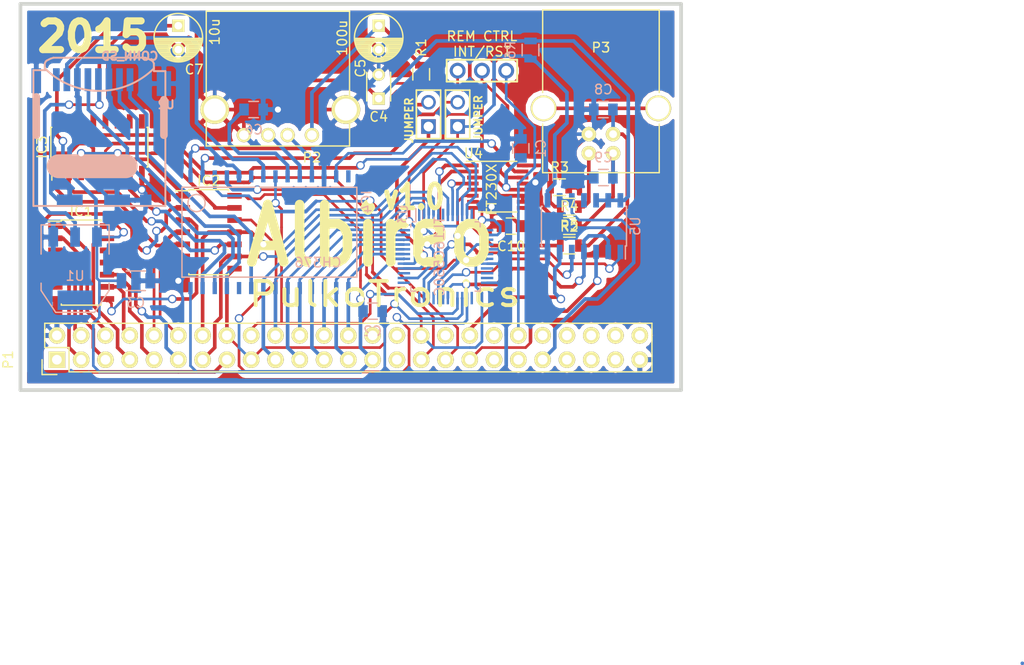
<source format=kicad_pcb>
(kicad_pcb (version 4) (host pcbnew 4.0.0-rc1-stable)
  (title_block (title Albireo) (date 2015-10-18) (company PulkoTronics) (comment 1 "Mass storage, USB and serial interface for Amstrad CPC"))
  (layers (0 Dessus signal) (31 Dessous signal) (34 B.Paste user) (35 F.Paste user) (36 B.SilkS user) (37 F.SilkS user) (38 B.Mask user) (39 F.Mask user) (44 Edge.Cuts user))
  (net 0 "")
  (net 1 /A0)
  (net 2 /A1)
  (net 3 /A10)
  (net 4 /A11)
  (net 5 /A12)
  (net 6 /A13)
  (net 7 /A15)
  (net 8 /A2)
  (net 9 /A3)
  (net 10 /A4)
  (net 11 /A5)
  (net 12 /A6)
  (net 13 /A7)
  (net 14 /A8)
  (net 15 /A9)
  (net 16 /D0)
  (net 17 /D1)
  (net 18 /D2)
  (net 19 /D3)
  (net 20 /D4)
  (net 21 /D5)
  (net 22 /D6)
  (net 23 /D7)
  (net 24 GND)
  (net 25 VCC)
  (net 26 "Net-(C5-Pad1)")
  (net 27 /A14)
  (net 28 //IORQ)
  (net 29 //RD)
  (net 30 //WR)
  (net 31 "Net-(C6-Pad1)")
  (net 32 "Net-(IC1-Pad6)")
  (net 33 "Net-(IC1-Pad8)")
  (net 34 /CE1)
  (net 35 "Net-(IC2-Pad4)")
  (net 36 "Net-(IC2-Pad10)")
  (net 37 "Net-(IC2-Pad13)")
  (net 38 /FE80)
  (net 39 "Net-(IC4-Pad10)")
  (net 40 "Net-(IC4-Pad11)")
  (net 41 +3V3)
  (net 42 //SD_CS)
  (net 43 /SD_DI)
  (net 44 /SD_CLK)
  (net 45 /SD_DO)
  (net 46 /FEBx)
  (net 47 /12MHz)
  (net 48 "Net-(U3-Pad12)")
  (net 49 /RX)
  (net 50 /TX)
  (net 51 //RTS)
  (net 52 //CTS)
  (net 53 /24MHz)
  (net 54 "Net-(IC4-Pad1)")
  (net 55 "Net-(IC4-Pad2)")
  (net 56 //RESET)
  (net 57 /GPO2)
  (net 58 /VBUS_Sense)
  (net 59 "Net-(C8-Pad1)")
  (net 60 "Net-(C9-Pad1)")
  (net 61 "Net-(C10-Pad1)")
  (net 62 "Net-(P3-Pad1)")
  (net 63 "Net-(P3-Pad5)")
  (net 64 "Net-(R4-Pad1)")
  (net 65 "Net-(R5-Pad1)")
  (net 66 //INT)
  (net 67 //NMI)
  (net 68 //RI)
  (net 69 /BUSRST)
  (net 70 //DCD)
  (net 71 /PRESET)
  (net 72 /INTRPT)
  (net 73 //OUT2)
  (net 74 //OUT1)
  (module Connect:USB_A (layer Dessus) (at 48.26 43.815 180)
    (fp_text reference P2 (at 0 -2.35 180) (layer F.SilkS))
    (fp_text value USB_A)
    (pad 4 thru_hole circle (at 7.11286 -0.00212 90) (size 1.50114 1.50114) (drill 1.00076) (layers *.Cu *.Mask F.SilkS) (net 24 GND))
    (pad 3 thru_hole circle (at 4.57286 -0.00212 90) (size 1.50114 1.50114) (drill 1.00076) (layers *.Cu *.Mask F.SilkS) (net 39 "Net-(IC4-Pad10)"))
    (pad 2 thru_hole circle (at 2.54086 -0.00212 90) (size 1.50114 1.50114) (drill 1.00076) (layers *.Cu *.Mask F.SilkS) (net 40 "Net-(IC4-Pad11)"))
    (pad 1 thru_hole circle (at 0.00086 -0.00212 90) (size 1.50114 1.50114) (drill 1.00076) (layers *.Cu *.Mask F.SilkS) (net 26 "Net-(C5-Pad1)"))
    (pad 5 thru_hole circle (at 10.16086 2.66488 90) (size 2.99974 2.99974) (drill 2.30124) (layers *.Cu *.Mask F.SilkS) (net 24 GND))
    (pad 5 thru_hole circle (at -3.55514 2.66488 90) (size 2.99974 2.99974) (drill 2.30124) (layers *.Cu *.Mask F.SilkS) (net 24 GND))
  )
  (module SMD_Packages:SOJ-28-W (layer Dessous) (at 43.815 53.975)
    (fp_text reference IC4 (at 10.16 -3.175 270) (layer B.SilkS) (effects (justify mirror)))
    (fp_text value CH376 (at 5.08 3.175) (layer B.SilkS) (effects (justify mirror)))
    (pad 16 smd rect (at 6.985 5.842) (size 0.4572 1.27) (layers Dessous B.Paste B.Mask) (net 17 /D1))
    (pad 17 smd rect (at 5.715 5.842) (size 0.4572 1.27) (layers Dessous B.Paste B.Mask) (net 18 /D2))
    (pad 18 smd rect (at 4.445 5.842) (size 0.4572 1.27) (layers Dessous B.Paste B.Mask) (net 19 /D3))
    (pad 19 smd rect (at 3.175 5.842) (size 0.4572 1.27) (layers Dessous B.Paste B.Mask) (net 20 /D4))
    (pad 20 smd rect (at 1.905 5.842) (size 0.4572 1.27) (layers Dessous B.Paste B.Mask) (net 21 /D5))
    (pad 24 smd rect (at -3.175 5.842) (size 0.4572 1.27) (layers Dessous B.Paste B.Mask))
    (pad 25 smd rect (at -4.445 5.842) (size 0.4572 1.27) (layers Dessous B.Paste B.Mask) (net 43 /SD_DI))
    (pad 26 smd rect (at -5.715 5.842) (size 0.4572 1.27) (layers Dessous B.Paste B.Mask) (net 44 /SD_CLK))
    (pad 27 smd rect (at -6.985 5.842) (size 0.4572 1.27) (layers Dessous B.Paste B.Mask) (net 38 /FE80))
    (pad 28 smd rect (at -8.255 5.842) (size 0.4572 1.27) (layers Dessous B.Paste B.Mask) (net 25 VCC))
    (pad 1 smd rect (at -8.255 -5.842) (size 0.4572 1.27) (layers Dessous B.Paste B.Mask) (net 54 "Net-(IC4-Pad1)"))
    (pad 2 smd rect (at -6.985 -5.842) (size 0.4572 1.27) (layers Dessous B.Paste B.Mask) (net 55 "Net-(IC4-Pad2)"))
    (pad 3 smd rect (at -5.715 -5.842) (size 0.4572 1.27) (layers Dessous B.Paste B.Mask) (net 30 //WR))
    (pad 4 smd rect (at -4.445 -5.842) (size 0.4572 1.27) (layers Dessous B.Paste B.Mask) (net 29 //RD))
    (pad 5 smd rect (at -3.175 -5.842) (size 0.4572 1.27) (layers Dessous B.Paste B.Mask) (net 24 GND))
    (pad 9 smd rect (at 1.905 -5.842) (size 0.4572 1.27) (layers Dessous B.Paste B.Mask) (net 31 "Net-(C6-Pad1)"))
    (pad 10 smd rect (at 3.175 -5.842) (size 0.4572 1.27) (layers Dessous B.Paste B.Mask) (net 39 "Net-(IC4-Pad10)"))
    (pad 11 smd rect (at 4.445 -5.842) (size 0.4572 1.27) (layers Dessous B.Paste B.Mask) (net 40 "Net-(IC4-Pad11)"))
    (pad 12 smd rect (at 5.715 -5.842) (size 0.4572 1.27) (layers Dessous B.Paste B.Mask) (net 24 GND))
    (pad 13 smd rect (at 6.985 -5.842) (size 0.4572 1.27) (layers Dessous B.Paste B.Mask) (net 47 /12MHz))
    (pad 14 smd rect (at 8.255 -5.842) (size 0.4572 1.27) (layers Dessous B.Paste B.Mask))
    (pad 6 smd rect (at -1.905 -5.842) (size 0.4572 1.27) (layers Dessous B.Paste B.Mask))
    (pad 7 smd rect (at -0.635 -5.842) (size 0.4572 1.27) (layers Dessous B.Paste B.Mask) (net 45 /SD_DO))
    (pad 8 smd rect (at 0.635 -5.842) (size 0.4572 1.27) (layers Dessous B.Paste B.Mask) (net 1 /A0))
    (pad 23 smd rect (at -1.905 5.842) (size 0.4572 1.27) (layers Dessous B.Paste B.Mask) (net 42 //SD_CS))
    (pad 22 smd rect (at -0.635 5.842) (size 0.4572 1.27) (layers Dessous B.Paste B.Mask) (net 23 /D7))
    (pad 21 smd rect (at 0.635 5.842) (size 0.4572 1.27) (layers Dessous B.Paste B.Mask) (net 22 /D6))
    (pad 15 smd rect (at 8.255 5.842) (size 0.4572 1.27) (layers Dessous B.Paste B.Mask) (net 16 /D0))
  )
  (module Pin_Headers:Pin_Header_Straight_2x25 (layer Dessus) (at 21.59 67.31 90)
    (fp_text reference P1 (at 0 -5.1 90) (layer F.SilkS))
    (fp_text value CONN_25X2)
    (pad 1 thru_hole rect (at 0 0 90) (size 1.7272 1.7272) (drill 1.016) (layers *.Cu *.Mask F.SilkS))
    (pad 2 thru_hole oval (at 2.54 0 90) (size 1.7272 1.7272) (drill 1.016) (layers *.Cu *.Mask F.SilkS) (net 24 GND))
    (pad 3 thru_hole oval (at 0 2.54 90) (size 1.7272 1.7272) (drill 1.016) (layers *.Cu *.Mask F.SilkS) (net 7 /A15))
    (pad 4 thru_hole oval (at 2.54 2.54 90) (size 1.7272 1.7272) (drill 1.016) (layers *.Cu *.Mask F.SilkS) (net 27 /A14))
    (pad 5 thru_hole oval (at 0 5.08 90) (size 1.7272 1.7272) (drill 1.016) (layers *.Cu *.Mask F.SilkS) (net 6 /A13))
    (pad 6 thru_hole oval (at 2.54 5.08 90) (size 1.7272 1.7272) (drill 1.016) (layers *.Cu *.Mask F.SilkS) (net 5 /A12))
    (pad 7 thru_hole oval (at 0 7.62 90) (size 1.7272 1.7272) (drill 1.016) (layers *.Cu *.Mask F.SilkS) (net 4 /A11))
    (pad 8 thru_hole oval (at 2.54 7.62 90) (size 1.7272 1.7272) (drill 1.016) (layers *.Cu *.Mask F.SilkS) (net 3 /A10))
    (pad 9 thru_hole oval (at 0 10.16 90) (size 1.7272 1.7272) (drill 1.016) (layers *.Cu *.Mask F.SilkS) (net 15 /A9))
    (pad 10 thru_hole oval (at 2.54 10.16 90) (size 1.7272 1.7272) (drill 1.016) (layers *.Cu *.Mask F.SilkS) (net 14 /A8))
    (pad 11 thru_hole oval (at 0 12.7 90) (size 1.7272 1.7272) (drill 1.016) (layers *.Cu *.Mask F.SilkS) (net 13 /A7))
    (pad 12 thru_hole oval (at 2.54 12.7 90) (size 1.7272 1.7272) (drill 1.016) (layers *.Cu *.Mask F.SilkS) (net 12 /A6))
    (pad 13 thru_hole oval (at 0 15.24 90) (size 1.7272 1.7272) (drill 1.016) (layers *.Cu *.Mask F.SilkS) (net 11 /A5))
    (pad 14 thru_hole oval (at 2.54 15.24 90) (size 1.7272 1.7272) (drill 1.016) (layers *.Cu *.Mask F.SilkS) (net 10 /A4))
    (pad 15 thru_hole oval (at 0 17.78 90) (size 1.7272 1.7272) (drill 1.016) (layers *.Cu *.Mask F.SilkS) (net 9 /A3))
    (pad 16 thru_hole oval (at 2.54 17.78 90) (size 1.7272 1.7272) (drill 1.016) (layers *.Cu *.Mask F.SilkS) (net 8 /A2))
    (pad 17 thru_hole oval (at 0 20.32 90) (size 1.7272 1.7272) (drill 1.016) (layers *.Cu *.Mask F.SilkS) (net 2 /A1))
    (pad 18 thru_hole oval (at 2.54 20.32 90) (size 1.7272 1.7272) (drill 1.016) (layers *.Cu *.Mask F.SilkS) (net 1 /A0))
    (pad 19 thru_hole oval (at 0 22.86 90) (size 1.7272 1.7272) (drill 1.016) (layers *.Cu *.Mask F.SilkS) (net 23 /D7))
    (pad 20 thru_hole oval (at 2.54 22.86 90) (size 1.7272 1.7272) (drill 1.016) (layers *.Cu *.Mask F.SilkS) (net 22 /D6))
    (pad 21 thru_hole oval (at 0 25.4 90) (size 1.7272 1.7272) (drill 1.016) (layers *.Cu *.Mask F.SilkS) (net 21 /D5))
    (pad 22 thru_hole oval (at 2.54 25.4 90) (size 1.7272 1.7272) (drill 1.016) (layers *.Cu *.Mask F.SilkS) (net 20 /D4))
    (pad 23 thru_hole oval (at 0 27.94 90) (size 1.7272 1.7272) (drill 1.016) (layers *.Cu *.Mask F.SilkS) (net 19 /D3))
    (pad 24 thru_hole oval (at 2.54 27.94 90) (size 1.7272 1.7272) (drill 1.016) (layers *.Cu *.Mask F.SilkS) (net 18 /D2))
    (pad 25 thru_hole oval (at 0 30.48 90) (size 1.7272 1.7272) (drill 1.016) (layers *.Cu *.Mask F.SilkS) (net 17 /D1))
    (pad 26 thru_hole oval (at 2.54 30.48 90) (size 1.7272 1.7272) (drill 1.016) (layers *.Cu *.Mask F.SilkS) (net 16 /D0))
    (pad 27 thru_hole oval (at 0 33.02 90) (size 1.7272 1.7272) (drill 1.016) (layers *.Cu *.Mask F.SilkS) (net 25 VCC))
    (pad 28 thru_hole oval (at 2.54 33.02 90) (size 1.7272 1.7272) (drill 1.016) (layers *.Cu *.Mask F.SilkS))
    (pad 29 thru_hole oval (at 0 35.56 90) (size 1.7272 1.7272) (drill 1.016) (layers *.Cu *.Mask F.SilkS))
    (pad 30 thru_hole oval (at 2.54 35.56 90) (size 1.7272 1.7272) (drill 1.016) (layers *.Cu *.Mask F.SilkS))
    (pad 31 thru_hole oval (at 0 38.1 90) (size 1.7272 1.7272) (drill 1.016) (layers *.Cu *.Mask F.SilkS) (net 28 //IORQ))
    (pad 32 thru_hole oval (at 2.54 38.1 90) (size 1.7272 1.7272) (drill 1.016) (layers *.Cu *.Mask F.SilkS) (net 29 //RD))
    (pad 33 thru_hole oval (at 0 40.64 90) (size 1.7272 1.7272) (drill 1.016) (layers *.Cu *.Mask F.SilkS) (net 30 //WR))
    (pad 34 thru_hole oval (at 2.54 40.64 90) (size 1.7272 1.7272) (drill 1.016) (layers *.Cu *.Mask F.SilkS))
    (pad 35 thru_hole oval (at 0 43.18 90) (size 1.7272 1.7272) (drill 1.016) (layers *.Cu *.Mask F.SilkS) (net 66 //INT))
    (pad 36 thru_hole oval (at 2.54 43.18 90) (size 1.7272 1.7272) (drill 1.016) (layers *.Cu *.Mask F.SilkS) (net 67 //NMI))
    (pad 37 thru_hole oval (at 0 45.72 90) (size 1.7272 1.7272) (drill 1.016) (layers *.Cu *.Mask F.SilkS))
    (pad 38 thru_hole oval (at 2.54 45.72 90) (size 1.7272 1.7272) (drill 1.016) (layers *.Cu *.Mask F.SilkS))
    (pad 39 thru_hole oval (at 0 48.26 90) (size 1.7272 1.7272) (drill 1.016) (layers *.Cu *.Mask F.SilkS))
    (pad 40 thru_hole oval (at 2.54 48.26 90) (size 1.7272 1.7272) (drill 1.016) (layers *.Cu *.Mask F.SilkS) (net 69 /BUSRST))
    (pad 41 thru_hole oval (at 0 50.8 90) (size 1.7272 1.7272) (drill 1.016) (layers *.Cu *.Mask F.SilkS) (net 56 //RESET))
    (pad 42 thru_hole oval (at 2.54 50.8 90) (size 1.7272 1.7272) (drill 1.016) (layers *.Cu *.Mask F.SilkS))
    (pad 43 thru_hole oval (at 0 53.34 90) (size 1.7272 1.7272) (drill 1.016) (layers *.Cu *.Mask F.SilkS))
    (pad 44 thru_hole oval (at 2.54 53.34 90) (size 1.7272 1.7272) (drill 1.016) (layers *.Cu *.Mask F.SilkS))
    (pad 45 thru_hole oval (at 0 55.88 90) (size 1.7272 1.7272) (drill 1.016) (layers *.Cu *.Mask F.SilkS))
    (pad 46 thru_hole oval (at 2.54 55.88 90) (size 1.7272 1.7272) (drill 1.016) (layers *.Cu *.Mask F.SilkS))
    (pad 47 thru_hole oval (at 0 58.42 90) (size 1.7272 1.7272) (drill 1.016) (layers *.Cu *.Mask F.SilkS))
    (pad 48 thru_hole oval (at 2.54 58.42 90) (size 1.7272 1.7272) (drill 1.016) (layers *.Cu *.Mask F.SilkS))
    (pad 49 thru_hole oval (at 0 60.96 90) (size 1.7272 1.7272) (drill 1.016) (layers *.Cu *.Mask F.SilkS) (net 24 GND))
    (pad 50 thru_hole oval (at 2.54 60.96 90) (size 1.7272 1.7272) (drill 1.016) (layers *.Cu *.Mask F.SilkS))
  )
  (module Capacitors_ThroughHole:C_Disc_D3_P2.5 (layer Dessus) (at 55.245 40.005 90)
    (fp_text reference C4 (at -1.905 0 180) (layer F.SilkS))
    (fp_text value 0.1u)
    (pad 1 thru_hole rect (at 0 0 90) (size 1.3 1.3) (drill 0.8) (layers *.Cu *.Mask F.SilkS) (net 25 VCC))
    (pad 2 thru_hole circle (at 2.5 0 90) (size 1.3 1.3) (drill 0.8001) (layers *.Cu *.Mask F.SilkS) (net 24 GND))
  )
  (module Capacitors_ThroughHole:C_Radial_D5_L6_P2.5 (layer Dessus) (at 55.245 32.385 270)
    (fp_text reference C5 (at 4.445 1.905 270) (layer F.SilkS))
    (fp_text value 100u (at 1.27 3.81 270) (layer F.SilkS))
    (pad 1 thru_hole rect (at 0 0 270) (size 1.3 1.3) (drill 0.8) (layers *.Cu *.Mask F.SilkS) (net 26 "Net-(C5-Pad1)"))
    (pad 2 thru_hole circle (at 2.5 0 270) (size 1.3 1.3) (drill 0.8) (layers *.Cu *.Mask F.SilkS) (net 24 GND))
  )
  (module Capacitors_ThroughHole:C_Radial_D5_L6_P2.5 (layer Dessus) (at 34.29 32.385 270)
    (fp_text reference C7 (at 4.572 -1.651 360) (layer F.SilkS))
    (fp_text value 10u (at 0.635 -3.81 270) (layer F.SilkS))
    (pad 1 thru_hole rect (at 0 0 270) (size 1.3 1.3) (drill 0.8) (layers *.Cu *.Mask F.SilkS) (net 41 +3V3))
    (pad 2 thru_hole circle (at 2.5 0 270) (size 1.3 1.3) (drill 0.8) (layers *.Cu *.Mask F.SilkS) (net 24 GND))
  )
  (module TO_SOT_Packages_SMD:SOT-223 (layer Dessous) (at 23.495 57.785)
    (fp_text reference U1 (at 0 0.762) (layer B.SilkS) (effects (justify mirror)))
    (fp_text value LD1117S33CTR)
    (pad 4 smd rect (at 0 3.302) (size 3.6576 2.032) (layers Dessous B.Paste B.Mask))
    (pad 2 smd rect (at 0 -3.302) (size 1.016 2.032) (layers Dessous B.Paste B.Mask) (net 41 +3V3))
    (pad 3 smd rect (at 2.286 -3.302) (size 1.016 2.032) (layers Dessous B.Paste B.Mask) (net 25 VCC))
    (pad 1 smd rect (at -2.286 -3.302) (size 1.016 2.032) (layers Dessous B.Paste B.Mask) (net 24 GND))
  )
  (module opendous:Memory_Card_microSD_DM3CS-SF (layer Dessous) (at 26.035 36.83)
    (fp_text reference U2 (at 6.985 3.81) (layer B.SilkS) (effects (font (size 0.8636 0.8636) (thickness 0.2032)) (justify mirror)))
    (fp_text value CONN_SD (at 3.175 -1.27) (layer B.SilkS) (effects (font (size 0.8636 0.8636) (thickness 0.2032)) (justify mirror)))
    (pad 1 smd rect (at 3.2004 1.19888) (size 0.70104 2.4003) (layers Dessous B.Paste B.Mask) (net 42 //SD_CS))
    (pad 2 smd rect (at 2.10058 1.19888) (size 0.70104 2.4003) (layers Dessous B.Paste B.Mask) (net 43 /SD_DI))
    (pad 3 smd rect (at 1.00076 1.19888) (size 0.70104 2.4003) (layers Dessous B.Paste B.Mask) (net 24 GND))
    (pad 4 smd rect (at -0.09906 1.19888) (size 0.70104 2.4003) (layers Dessous B.Paste B.Mask) (net 41 +3V3))
    (pad 5 smd rect (at -1.19888 1.19888) (size 0.70104 2.4003) (layers Dessous B.Paste B.Mask) (net 44 /SD_CLK))
    (pad 6 smd rect (at -2.30124 1.19888) (size 0.70104 2.4003) (layers Dessous B.Paste B.Mask) (net 24 GND))
    (pad 7 smd rect (at -3.40106 1.19888) (size 0.70104 2.4003) (layers Dessous B.Paste B.Mask) (net 45 /SD_DO))
    (pad 8 smd rect (at -4.50088 1.19888) (size 0.70104 2.4003) (layers Dessous B.Paste B.Mask))
    (pad 9 smd rect (at 6.74878 1.6002) (size 1.50114 2.60096) (layers Dessous B.Paste B.Mask) (net 24 GND))
    (pad 9 smd rect (at -6.59892 1.30048) (size 1.00076 2.60096) (layers Dessous B.Paste B.Mask) (net 24 GND))
    (pad 9 smd rect (at 4.84886 13.79982) (size 1.19888 1.19888) (layers Dessous B.Paste B.Mask) (net 24 GND))
    (pad 9 smd rect (at 1.84912 13.79982) (size 2.70002 1.19888) (layers Dessous B.Paste B.Mask) (net 24 GND))
    (pad 9 smd rect (at -3.0988 13.79982) (size 2.70002 1.19888) (layers Dessous B.Paste B.Mask) (net 24 GND))
  )
  (module Housings_SOIC:SOIC-14_3.9x8.7mm_Pitch1.27mm (layer Dessus) (at 24.13 57.15)
    (fp_text reference IC1 (at 0 -5.375) (layer F.SilkS))
    (fp_text value 74LS20)
    (pad 1 smd rect (at -2.7 -3.81) (size 1.5 0.6) (layers Dessus F.Paste F.Mask) (net 5 /A12))
    (pad 2 smd rect (at -2.7 -2.54) (size 1.5 0.6) (layers Dessus F.Paste F.Mask) (net 6 /A13))
    (pad 3 smd rect (at -2.7 -1.27) (size 1.5 0.6) (layers Dessus F.Paste F.Mask))
    (pad 4 smd rect (at -2.7 0) (size 1.5 0.6) (layers Dessus F.Paste F.Mask) (net 27 /A14))
    (pad 5 smd rect (at -2.7 1.27) (size 1.5 0.6) (layers Dessus F.Paste F.Mask) (net 7 /A15))
    (pad 6 smd rect (at -2.7 2.54) (size 1.5 0.6) (layers Dessus F.Paste F.Mask) (net 32 "Net-(IC1-Pad6)"))
    (pad 7 smd rect (at -2.7 3.81) (size 1.5 0.6) (layers Dessus F.Paste F.Mask) (net 24 GND))
    (pad 8 smd rect (at 2.7 3.81) (size 1.5 0.6) (layers Dessus F.Paste F.Mask) (net 33 "Net-(IC1-Pad8)"))
    (pad 9 smd rect (at 2.7 2.54) (size 1.5 0.6) (layers Dessus F.Paste F.Mask) (net 3 /A10))
    (pad 10 smd rect (at 2.7 1.27) (size 1.5 0.6) (layers Dessus F.Paste F.Mask) (net 15 /A9))
    (pad 11 smd rect (at 2.7 0) (size 1.5 0.6) (layers Dessus F.Paste F.Mask))
    (pad 12 smd rect (at 2.7 -1.27) (size 1.5 0.6) (layers Dessus F.Paste F.Mask) (net 13 /A7))
    (pad 13 smd rect (at 2.7 -2.54) (size 1.5 0.6) (layers Dessus F.Paste F.Mask) (net 4 /A11))
    (pad 14 smd rect (at 2.7 -3.81) (size 1.5 0.6) (layers Dessus F.Paste F.Mask) (net 25 VCC))
  )
  (module Housings_QFP:TQFP-48_7x7mm_Pitch0.5mm (layer Dessous) (at 62.23 56.515 270)
    (fp_text reference U3 (at -4.445 4.445 270) (layer B.SilkS) (effects (justify mirror)))
    (fp_text value TL16C550C (at 0 0.635 270) (layer B.SilkS) (effects (justify mirror)))
    (pad 1 smd rect (at -4.35 2.75 270) (size 1.3 0.25) (layers Dessous B.Paste B.Mask))
    (pad 2 smd rect (at -4.35 2.25 270) (size 1.3 0.25) (layers Dessous B.Paste B.Mask) (net 21 /D5))
    (pad 3 smd rect (at -4.35 1.75 270) (size 1.3 0.25) (layers Dessous B.Paste B.Mask) (net 22 /D6))
    (pad 4 smd rect (at -4.35 1.25 270) (size 1.3 0.25) (layers Dessous B.Paste B.Mask) (net 23 /D7))
    (pad 5 smd rect (at -4.35 0.75 270) (size 1.3 0.25) (layers Dessous B.Paste B.Mask) (net 48 "Net-(U3-Pad12)"))
    (pad 6 smd rect (at -4.35 0.25 270) (size 1.3 0.25) (layers Dessous B.Paste B.Mask))
    (pad 7 smd rect (at -4.35 -0.25 270) (size 1.3 0.25) (layers Dessous B.Paste B.Mask) (net 49 /RX))
    (pad 8 smd rect (at -4.35 -0.75 270) (size 1.3 0.25) (layers Dessous B.Paste B.Mask) (net 50 /TX))
    (pad 9 smd rect (at -4.35 -1.25 270) (size 1.3 0.25) (layers Dessous B.Paste B.Mask) (net 11 /A5))
    (pad 10 smd rect (at -4.35 -1.75 270) (size 1.3 0.25) (layers Dessous B.Paste B.Mask) (net 10 /A4))
    (pad 11 smd rect (at -4.35 -2.25 270) (size 1.3 0.25) (layers Dessous B.Paste B.Mask) (net 46 /FEBx))
    (pad 12 smd rect (at -4.35 -2.75 270) (size 1.3 0.25) (layers Dessous B.Paste B.Mask) (net 48 "Net-(U3-Pad12)"))
    (pad 13 smd rect (at -2.75 -4.35 180) (size 1.3 0.25) (layers Dessous B.Paste B.Mask))
    (pad 14 smd rect (at -2.25 -4.35 180) (size 1.3 0.25) (layers Dessous B.Paste B.Mask) (net 53 /24MHz))
    (pad 15 smd rect (at -1.75 -4.35 180) (size 1.3 0.25) (layers Dessous B.Paste B.Mask))
    (pad 16 smd rect (at -1.25 -4.35 180) (size 1.3 0.25) (layers Dessous B.Paste B.Mask) (net 30 //WR))
    (pad 17 smd rect (at -0.75 -4.35 180) (size 1.3 0.25) (layers Dessous B.Paste B.Mask) (net 24 GND))
    (pad 18 smd rect (at -0.25 -4.35 180) (size 1.3 0.25) (layers Dessous B.Paste B.Mask) (net 24 GND))
    (pad 19 smd rect (at 0.25 -4.35 180) (size 1.3 0.25) (layers Dessous B.Paste B.Mask) (net 29 //RD))
    (pad 20 smd rect (at 0.75 -4.35 180) (size 1.3 0.25) (layers Dessous B.Paste B.Mask) (net 24 GND))
    (pad 21 smd rect (at 1.25 -4.35 180) (size 1.3 0.25) (layers Dessous B.Paste B.Mask))
    (pad 22 smd rect (at 1.75 -4.35 180) (size 1.3 0.25) (layers Dessous B.Paste B.Mask))
    (pad 23 smd rect (at 2.25 -4.35 180) (size 1.3 0.25) (layers Dessous B.Paste B.Mask))
    (pad 24 smd rect (at 2.75 -4.35 180) (size 1.3 0.25) (layers Dessous B.Paste B.Mask) (net 24 GND))
    (pad 25 smd rect (at 4.35 -2.75 270) (size 1.3 0.25) (layers Dessous B.Paste B.Mask))
    (pad 26 smd rect (at 4.35 -2.25 270) (size 1.3 0.25) (layers Dessous B.Paste B.Mask) (net 8 /A2))
    (pad 27 smd rect (at 4.35 -1.75 270) (size 1.3 0.25) (layers Dessous B.Paste B.Mask) (net 2 /A1))
    (pad 28 smd rect (at 4.35 -1.25 270) (size 1.3 0.25) (layers Dessous B.Paste B.Mask) (net 1 /A0))
    (pad 29 smd rect (at 4.35 -0.75 270) (size 1.3 0.25) (layers Dessous B.Paste B.Mask))
    (pad 30 smd rect (at 4.35 -0.25 270) (size 1.3 0.25) (layers Dessous B.Paste B.Mask) (net 72 /INTRPT))
    (pad 31 smd rect (at 4.35 0.25 270) (size 1.3 0.25) (layers Dessous B.Paste B.Mask) (net 73 //OUT2))
    (pad 32 smd rect (at 4.35 0.75 270) (size 1.3 0.25) (layers Dessous B.Paste B.Mask) (net 51 //RTS))
    (pad 33 smd rect (at 4.35 1.25 270) (size 1.3 0.25) (layers Dessous B.Paste B.Mask))
    (pad 34 smd rect (at 4.35 1.75 270) (size 1.3 0.25) (layers Dessous B.Paste B.Mask) (net 74 //OUT1))
    (pad 35 smd rect (at 4.35 2.25 270) (size 1.3 0.25) (layers Dessous B.Paste B.Mask) (net 71 /PRESET))
    (pad 36 smd rect (at 4.35 2.75 270) (size 1.3 0.25) (layers Dessous B.Paste B.Mask))
    (pad 37 smd rect (at 2.75 4.35 180) (size 1.3 0.25) (layers Dessous B.Paste B.Mask))
    (pad 38 smd rect (at 2.25 4.35 180) (size 1.3 0.25) (layers Dessous B.Paste B.Mask) (net 52 //CTS))
    (pad 39 smd rect (at 1.75 4.35 180) (size 1.3 0.25) (layers Dessous B.Paste B.Mask))
    (pad 40 smd rect (at 1.25 4.35 180) (size 1.3 0.25) (layers Dessous B.Paste B.Mask) (net 70 //DCD))
    (pad 41 smd rect (at 0.75 4.35 180) (size 1.3 0.25) (layers Dessous B.Paste B.Mask) (net 68 //RI))
    (pad 42 smd rect (at 0.25 4.35 180) (size 1.3 0.25) (layers Dessous B.Paste B.Mask) (net 25 VCC))
    (pad 43 smd rect (at -0.25 4.35 180) (size 1.3 0.25) (layers Dessous B.Paste B.Mask) (net 16 /D0))
    (pad 44 smd rect (at -0.75 4.35 180) (size 1.3 0.25) (layers Dessous B.Paste B.Mask) (net 17 /D1))
    (pad 45 smd rect (at -1.25 4.35 180) (size 1.3 0.25) (layers Dessous B.Paste B.Mask) (net 18 /D2))
    (pad 46 smd rect (at -1.75 4.35 180) (size 1.3 0.25) (layers Dessous B.Paste B.Mask) (net 19 /D3))
    (pad 47 smd rect (at -2.25 4.35 180) (size 1.3 0.25) (layers Dessous B.Paste B.Mask) (net 20 /D4))
    (pad 48 smd rect (at -2.75 4.35 180) (size 1.3 0.25) (layers Dessous B.Paste B.Mask))
  )
  (module Housings_SOIC:SOIC-14_3.9x8.7mm_Pitch1.27mm (layer Dessus) (at 37.465 53.975)
    (fp_text reference IC2 (at 0 -5.375) (layer F.SilkS))
    (fp_text value 74LS02)
    (pad 1 smd rect (at -2.7 -3.81) (size 1.5 0.6) (layers Dessus F.Paste F.Mask) (net 34 /CE1))
    (pad 2 smd rect (at -2.7 -2.54) (size 1.5 0.6) (layers Dessus F.Paste F.Mask) (net 32 "Net-(IC1-Pad6)"))
    (pad 3 smd rect (at -2.7 -1.27) (size 1.5 0.6) (layers Dessus F.Paste F.Mask) (net 33 "Net-(IC1-Pad8)"))
    (pad 4 smd rect (at -2.7 0) (size 1.5 0.6) (layers Dessus F.Paste F.Mask) (net 35 "Net-(IC2-Pad4)"))
    (pad 5 smd rect (at -2.7 1.27) (size 1.5 0.6) (layers Dessus F.Paste F.Mask) (net 14 /A8))
    (pad 6 smd rect (at -2.7 2.54) (size 1.5 0.6) (layers Dessus F.Paste F.Mask) (net 12 /A6))
    (pad 7 smd rect (at -2.7 3.81) (size 1.5 0.6) (layers Dessus F.Paste F.Mask) (net 24 GND))
    (pad 8 smd rect (at 2.7 3.81) (size 1.5 0.6) (layers Dessus F.Paste F.Mask) (net 8 /A2))
    (pad 9 smd rect (at 2.7 2.54) (size 1.5 0.6) (layers Dessus F.Paste F.Mask) (net 11 /A5))
    (pad 10 smd rect (at 2.7 1.27) (size 1.5 0.6) (layers Dessus F.Paste F.Mask) (net 36 "Net-(IC2-Pad10)"))
    (pad 11 smd rect (at 2.7 0) (size 1.5 0.6) (layers Dessus F.Paste F.Mask) (net 10 /A4))
    (pad 12 smd rect (at 2.7 -1.27) (size 1.5 0.6) (layers Dessus F.Paste F.Mask) (net 2 /A1))
    (pad 13 smd rect (at 2.7 -2.54) (size 1.5 0.6) (layers Dessus F.Paste F.Mask) (net 37 "Net-(IC2-Pad13)"))
    (pad 14 smd rect (at 2.7 -3.81) (size 1.5 0.6) (layers Dessus F.Paste F.Mask) (net 25 VCC))
  )
  (module Housings_SOIC:SOIC-16_3.9x9.9mm_Pitch1.27mm (layer Dessus) (at 26.035 45.085 90)
    (fp_text reference IC3 (at 0 -6 90) (layer F.SilkS))
    (fp_text value 74LS138)
    (pad 1 smd rect (at -2.7 -4.445 90) (size 1.5 0.6) (layers Dessus F.Paste F.Mask) (net 35 "Net-(IC2-Pad4)"))
    (pad 2 smd rect (at -2.7 -3.175 90) (size 1.5 0.6) (layers Dessus F.Paste F.Mask) (net 36 "Net-(IC2-Pad10)"))
    (pad 3 smd rect (at -2.7 -1.905 90) (size 1.5 0.6) (layers Dessus F.Paste F.Mask) (net 37 "Net-(IC2-Pad13)"))
    (pad 4 smd rect (at -2.7 -0.635 90) (size 1.5 0.6) (layers Dessus F.Paste F.Mask) (net 9 /A3))
    (pad 5 smd rect (at -2.7 0.635 90) (size 1.5 0.6) (layers Dessus F.Paste F.Mask) (net 28 //IORQ))
    (pad 6 smd rect (at -2.7 1.905 90) (size 1.5 0.6) (layers Dessus F.Paste F.Mask) (net 34 /CE1))
    (pad 7 smd rect (at -2.7 3.175 90) (size 1.5 0.6) (layers Dessus F.Paste F.Mask) (net 38 /FE80))
    (pad 8 smd rect (at -2.7 4.445 90) (size 1.5 0.6) (layers Dessus F.Paste F.Mask) (net 24 GND))
    (pad 9 smd rect (at 2.7 4.445 90) (size 1.5 0.6) (layers Dessus F.Paste F.Mask))
    (pad 10 smd rect (at 2.7 3.175 90) (size 1.5 0.6) (layers Dessus F.Paste F.Mask))
    (pad 11 smd rect (at 2.7 1.905 90) (size 1.5 0.6) (layers Dessus F.Paste F.Mask))
    (pad 12 smd rect (at 2.7 0.635 90) (size 1.5 0.6) (layers Dessus F.Paste F.Mask))
    (pad 13 smd rect (at 2.7 -0.635 90) (size 1.5 0.6) (layers Dessus F.Paste F.Mask))
    (pad 14 smd rect (at 2.7 -1.905 90) (size 1.5 0.6) (layers Dessus F.Paste F.Mask) (net 46 /FEBx))
    (pad 15 smd rect (at 2.7 -3.175 90) (size 1.5 0.6) (layers Dessus F.Paste F.Mask))
    (pad 16 smd rect (at 2.7 -4.445 90) (size 1.5 0.6) (layers Dessus F.Paste F.Mask) (net 25 VCC))
  )
  (module Housings_SSOP:SSOP-16_3.9x4.9mm_Pitch0.635mm (layer Dessus) (at 67.691 49.2125)
    (fp_text reference U4 (at -2.54 -3.4925 180) (layer F.SilkS))
    (fp_text value FT230X (at -0.635 0.3175 90) (layer F.SilkS))
    (pad 1 smd rect (at -2.6 -2.2225) (size 1.2 0.4) (layers Dessus F.Paste F.Mask) (net 49 /RX))
    (pad 2 smd rect (at -2.6 -1.5875) (size 1.2 0.4) (layers Dessus F.Paste F.Mask) (net 52 //CTS))
    (pad 3 smd rect (at -2.6 -0.9525) (size 1.2 0.4) (layers Dessus F.Paste F.Mask) (net 61 "Net-(C10-Pad1)"))
    (pad 4 smd rect (at -2.6 -0.3175) (size 1.2 0.4) (layers Dessus F.Paste F.Mask) (net 50 /TX))
    (pad 5 smd rect (at -2.6 0.3175) (size 1.2 0.4) (layers Dessus F.Paste F.Mask) (net 24 GND))
    (pad 6 smd rect (at -2.6 0.9525) (size 1.2 0.4) (layers Dessus F.Paste F.Mask) (net 51 //RTS))
    (pad 7 smd rect (at -2.6 1.5875) (size 1.2 0.4) (layers Dessus F.Paste F.Mask) (net 53 /24MHz))
    (pad 8 smd rect (at -2.6 2.2225) (size 1.2 0.4) (layers Dessus F.Paste F.Mask) (net 65 "Net-(R5-Pad1)"))
    (pad 9 smd rect (at 2.6 2.2225) (size 1.2 0.4) (layers Dessus F.Paste F.Mask) (net 64 "Net-(R4-Pad1)"))
    (pad 10 smd rect (at 2.6 1.5875) (size 1.2 0.4) (layers Dessus F.Paste F.Mask) (net 61 "Net-(C10-Pad1)"))
    (pad 11 smd rect (at 2.6 0.9525) (size 1.2 0.4) (layers Dessus F.Paste F.Mask) (net 61 "Net-(C10-Pad1)"))
    (pad 12 smd rect (at 2.6 0.3175) (size 1.2 0.4) (layers Dessus F.Paste F.Mask) (net 25 VCC))
    (pad 13 smd rect (at 2.6 -0.3175) (size 1.2 0.4) (layers Dessus F.Paste F.Mask) (net 24 GND))
    (pad 14 smd rect (at 2.6 -0.9525) (size 1.2 0.4) (layers Dessus F.Paste F.Mask) (net 47 /12MHz))
    (pad 15 smd rect (at 2.6 -1.5875) (size 1.2 0.4) (layers Dessus F.Paste F.Mask) (net 57 /GPO2))
    (pad 16 smd rect (at 2.6 -2.2225) (size 1.2 0.4) (layers Dessus F.Paste F.Mask) (net 58 /VBUS_Sense))
  )
  (module Capacitors_SMD:C_1206 (layer Dessous) (at 29.845 59.055)
    (fp_text reference C3 (at 0 2.3) (layer B.SilkS) (effects (justify mirror)))
    (fp_text value C)
    (pad 1 smd rect (at -1.5 0) (size 1 1.6) (layers Dessous B.Paste B.Mask) (net 25 VCC))
    (pad 2 smd rect (at 1.5 0) (size 1 1.6) (layers Dessous B.Paste B.Mask) (net 24 GND))
  )
  (module Capacitors_SMD:C_0805 (layer Dessous) (at 78.74 41.148 180)
    (fp_text reference C8 (at 0 2.1 180) (layer B.SilkS) (effects (justify mirror)))
    (fp_text value 47pF)
    (pad 1 smd rect (at -1 0 180) (size 1 1.25) (layers Dessous B.Paste B.Mask) (net 59 "Net-(C8-Pad1)"))
    (pad 2 smd rect (at 1 0 180) (size 1 1.25) (layers Dessous B.Paste B.Mask) (net 24 GND))
  )
  (module Capacitors_SMD:C_0805 (layer Dessous) (at 78.74 48.26 180)
    (fp_text reference C9 (at 0 2.1 180) (layer B.SilkS) (effects (justify mirror)))
    (fp_text value 47pF)
    (pad 1 smd rect (at -1 0 180) (size 1 1.25) (layers Dessous B.Paste B.Mask) (net 60 "Net-(C9-Pad1)"))
    (pad 2 smd rect (at 1 0 180) (size 1 1.25) (layers Dessous B.Paste B.Mask) (net 24 GND))
  )
  (module Connect:USB_B (layer Dessus) (at 77.216 45.72 90)
    (fp_text reference P3 (at 11.049 1.27 180) (layer F.SilkS))
    (fp_text value USB_B)
    (pad 2 thru_hole circle (at 0 2.54) (size 1.524 1.524) (drill 0.8128) (layers *.Cu *.Mask F.SilkS) (net 60 "Net-(C9-Pad1)"))
    (pad 1 thru_hole circle (at 0 0) (size 1.524 1.524) (drill 0.8128) (layers *.Cu *.Mask F.SilkS) (net 62 "Net-(P3-Pad1)"))
    (pad 4 thru_hole circle (at 1.99898 0) (size 1.524 1.524) (drill 0.8128) (layers *.Cu *.Mask F.SilkS) (net 24 GND))
    (pad 3 thru_hole circle (at 1.99898 2.54) (size 1.524 1.524) (drill 0.8128) (layers *.Cu *.Mask F.SilkS) (net 59 "Net-(C8-Pad1)"))
    (pad 5 thru_hole circle (at 4.699 7.26948) (size 2.70002 2.70002) (drill 2.30124) (layers *.Cu *.Mask F.SilkS) (net 63 "Net-(P3-Pad5)"))
    (pad 5 thru_hole circle (at 4.699 -4.72948) (size 2.70002 2.70002) (drill 2.30124) (layers *.Cu *.Mask F.SilkS) (net 63 "Net-(P3-Pad5)"))
  )
  (module Resistors_SMD:R_0805 (layer Dessus) (at 59.69 37.465 270)
    (fp_text reference R1 (at -2.794 0 270) (layer F.SilkS))
    (fp_text value 2R)
    (pad 1 smd rect (at -0.95 0 270) (size 0.7 1.3) (layers Dessus F.Paste F.Mask) (net 26 "Net-(C5-Pad1)"))
    (pad 2 smd rect (at 0.95 0 270) (size 0.7 1.3) (layers Dessus F.Paste F.Mask) (net 25 VCC))
  )
  (module Resistors_SMD:R_0805 (layer Dessus) (at 75.184 51.308 180)
    (fp_text reference R2 (at 0 -2.1 180) (layer F.SilkS))
    (fp_text value 4k7)
    (pad 1 smd rect (at -0.95 0 180) (size 0.7 1.3) (layers Dessus F.Paste F.Mask) (net 62 "Net-(P3-Pad1)"))
    (pad 2 smd rect (at 0.95 0 180) (size 0.7 1.3) (layers Dessus F.Paste F.Mask) (net 58 /VBUS_Sense))
  )
  (module Resistors_SMD:R_0805 (layer Dessus) (at 74.168 49.276)
    (fp_text reference R3 (at 0 -2.1) (layer F.SilkS))
    (fp_text value 10k)
    (pad 1 smd rect (at -0.95 0) (size 0.7 1.3) (layers Dessus F.Paste F.Mask) (net 58 /VBUS_Sense))
    (pad 2 smd rect (at 0.95 0) (size 0.7 1.3) (layers Dessus F.Paste F.Mask) (net 24 GND))
  )
  (module Resistors_SMD:R_0805 (layer Dessus) (at 75.184 53.34)
    (fp_text reference R4 (at 0 -2.1) (layer F.SilkS))
    (fp_text value 27)
    (pad 1 smd rect (at -0.95 0) (size 0.7 1.3) (layers Dessus F.Paste F.Mask) (net 64 "Net-(R4-Pad1)"))
    (pad 2 smd rect (at 0.95 0) (size 0.7 1.3) (layers Dessus F.Paste F.Mask) (net 60 "Net-(C9-Pad1)"))
  )
  (module Resistors_SMD:R_0805 (layer Dessus) (at 75.184 55.372)
    (fp_text reference R5 (at 0 -2.1) (layer F.SilkS))
    (fp_text value 27)
    (pad 1 smd rect (at -0.95 0) (size 0.7 1.3) (layers Dessus F.Paste F.Mask) (net 65 "Net-(R5-Pad1)"))
    (pad 2 smd rect (at 0.95 0) (size 0.7 1.3) (layers Dessus F.Paste F.Mask) (net 59 "Net-(C8-Pad1)"))
  )
  (module Capacitors_SMD:C_0805 (layer Dessous) (at 70.104 45.212 90)
    (fp_text reference C1 (at 0 2.1 90) (layer B.SilkS) (effects (justify mirror)))
    (fp_text value C)
    (pad 1 smd rect (at -1 0 90) (size 1 1.25) (layers Dessous B.Paste B.Mask) (net 25 VCC))
    (pad 2 smd rect (at 1 0 90) (size 1 1.25) (layers Dessous B.Paste B.Mask) (net 24 GND))
  )
  (module Capacitors_SMD:C_0805 (layer Dessous) (at 54.61 62.23)
    (fp_text reference C2 (at 0 2.1) (layer B.SilkS) (effects (justify mirror)))
    (fp_text value C)
    (pad 1 smd rect (at -1 0) (size 1 1.25) (layers Dessous B.Paste B.Mask) (net 25 VCC))
    (pad 2 smd rect (at 1 0) (size 1 1.25) (layers Dessous B.Paste B.Mask) (net 24 GND))
  )
  (module Capacitors_SMD:C_0805 (layer Dessus) (at 69.088 53.34 180)
    (fp_text reference C10 (at 0 -2.1 180) (layer F.SilkS))
    (fp_text value C)
    (pad 1 smd rect (at -1 0 180) (size 1 1.25) (layers Dessus F.Paste F.Mask) (net 61 "Net-(C10-Pad1)"))
    (pad 2 smd rect (at 1 0 180) (size 1 1.25) (layers Dessus F.Paste F.Mask) (net 24 GND))
  )
  (module Housings_SOIC:SOIC-14_3.9x8.7mm_Pitch1.27mm (layer Dessous) (at 76.708 53.34 90)
    (fp_text reference U5 (at 0 5.375 90) (layer B.SilkS) (effects (justify mirror)))
    (fp_text value 74LS38)
    (pad 1 smd rect (at -2.7 3.81 90) (size 1.5 0.6) (layers Dessous B.Paste B.Mask) (net 74 //OUT1))
    (pad 2 smd rect (at -2.7 2.54 90) (size 1.5 0.6) (layers Dessous B.Paste B.Mask) (net 72 /INTRPT))
    (pad 3 smd rect (at -2.7 1.27 90) (size 1.5 0.6) (layers Dessous B.Paste B.Mask) (net 66 //INT))
    (pad 4 smd rect (at -2.7 0 90) (size 1.5 0.6) (layers Dessous B.Paste B.Mask) (net 72 /INTRPT))
    (pad 5 smd rect (at -2.7 -1.27 90) (size 1.5 0.6) (layers Dessous B.Paste B.Mask) (net 73 //OUT2))
    (pad 6 smd rect (at -2.7 -2.54 90) (size 1.5 0.6) (layers Dessous B.Paste B.Mask) (net 67 //NMI))
    (pad 7 smd rect (at -2.7 -3.81 90) (size 1.5 0.6) (layers Dessous B.Paste B.Mask) (net 24 GND))
    (pad 8 smd rect (at 2.7 -3.81 90) (size 1.5 0.6) (layers Dessous B.Paste B.Mask) (net 71 /PRESET))
    (pad 9 smd rect (at 2.7 -2.54 90) (size 1.5 0.6) (layers Dessous B.Paste B.Mask) (net 56 //RESET))
    (pad 10 smd rect (at 2.7 -1.27 90) (size 1.5 0.6) (layers Dessous B.Paste B.Mask) (net 56 //RESET))
    (pad 11 smd rect (at 2.7 0 90) (size 1.5 0.6) (layers Dessous B.Paste B.Mask))
    (pad 12 smd rect (at 2.7 1.27 90) (size 1.5 0.6) (layers Dessous B.Paste B.Mask) (net 25 VCC))
    (pad 13 smd rect (at 2.7 2.54 90) (size 1.5 0.6) (layers Dessous B.Paste B.Mask) (net 25 VCC))
    (pad 14 smd rect (at 2.7 3.81 90) (size 1.5 0.6) (layers Dessous B.Paste B.Mask) (net 25 VCC))
  )
  (module opendous:SIL-3-Blank (layer Dessus) (at 66.04 37.084)
    (fp_text reference JP1 hide)
    (fp_text value JUMPER3 hide)
    (pad 1 thru_hole circle (at -2.54 0) (size 1.651 1.651) (drill 1.016) (layers *.Cu *.Mask) (net 68 //RI))
    (pad 2 thru_hole circle (at 0 0) (size 1.651 1.651) (drill 1.016) (layers *.Cu *.Mask) (net 57 /GPO2))
    (pad 3 thru_hole circle (at 2.54 0) (size 1.651 1.651) (drill 1.016) (layers *.Cu *.Mask) (net 69 /BUSRST))
  )
  (module opendous:SIL-2_Opendous (layer Dessus) (at 60.452 41.656 90)
    (fp_text reference JP2 hide)
    (fp_text value JUMPER (at -0.635 -2.032 90) (layer F.SilkS) (effects (font (size 0.8128 0.8128) (thickness 0.1778))))
    (pad 1 thru_hole rect (at -1.27 0 90) (size 1.524 1.524) (drill 1.016) (layers *.Cu *.Mask) (net 70 //DCD))
    (pad 2 thru_hole circle (at 1.27 0 90) (size 1.524 1.524) (drill 1.016) (layers *.Cu *.Mask) (net 54 "Net-(IC4-Pad1)"))
  )
  (module opendous:SIL-2_Opendous (layer Dessus) (at 63.5 41.656 90)
    (fp_text reference JP3 hide)
    (fp_text value JUMPER (at -0.381 2.159 90) (layer F.SilkS) (effects (font (size 0.8128 0.8128) (thickness 0.1778))))
    (pad 1 thru_hole rect (at -1.27 0 90) (size 1.524 1.524) (drill 1.016) (layers *.Cu *.Mask) (net 71 /PRESET))
    (pad 2 thru_hole circle (at 1.27 0 90) (size 1.524 1.524) (drill 1.016) (layers *.Cu *.Mask) (net 55 "Net-(IC4-Pad2)"))
  )
  (module Capacitors_SMD:C_0805 (layer Dessous) (at 42.164 41.148)
    (fp_text reference C6 (at 0 2.1) (layer B.SilkS) (effects (justify mirror)))
    (fp_text value 0.01u)
    (pad 1 smd rect (at -1 0) (size 1 1.25) (layers Dessous B.Paste B.Mask) (net 31 "Net-(C6-Pad1)"))
    (pad 2 smd rect (at 1 0) (size 1 1.25) (layers Dessous B.Paste B.Mask) (net 24 GND))
  )
  (module Resistors_SMD:R_0805 (layer Dessous) (at 71.12 34.925 270)
    (fp_text reference R6 (at 0 2.1 270) (layer B.SilkS) (effects (justify mirror)))
    (fp_text value 4K7)
    (pad 1 smd rect (at -0.95 0 270) (size 0.7 1.3) (layers Dessous B.Paste B.Mask) (net 25 VCC))
    (pad 2 smd rect (at 0.95 0 270) (size 0.7 1.3) (layers Dessous B.Paste B.Mask) (net 71 /PRESET))
  )
  (gr_text 2015 (at 25.4 33.528) (layer F.SilkS) (effects (font (size 3 3) (thickness 0.75))))
  (gr_text "REM CTRL\nINT/RST" (at 66.04 34.29) (layer F.SilkS) (effects (font (size 1 1))))
  (gr_text Albireo (at 54.356 54.356) (layer F.SilkS) (effects (font (size 6 5) (thickness 1))))
  (gr_text v1.0 (at 58.928 50.292) (layer F.SilkS) (effects (font (size 2.49936 1.99898) (thickness 0.499745))))
  (gr_line (start 86.868 30.099) (end 17.78 30.099) (angle 90) (layer Edge.Cuts) (width 0.381))
  (gr_line (start 86.868 70.485) (end 86.868 30.099) (angle 90) (layer Edge.Cuts) (width 0.381))
  (gr_line (start 17.78 70.485) (end 86.868 70.485) (angle 90) (layer Edge.Cuts) (width 0.381))
  (gr_line (start 17.78 30.099) (end 17.78 70.485) (angle 90) (layer Edge.Cuts) (width 0.381))
  (gr_text PulkoTronics (at 55.88 60.452) (layer F.SilkS) (effects (font (size 2.53238 3) (thickness 0.40386))))
  (segment (start 122.555 99.06) (end 122.555 99.06) (width 0.381) (layer Dessous) (net 0))
  (segment (start 45.085 53.467) (end 45.085 51.562) (width 0.28) (layer Dessus) (net 1))
  (segment (start 45.085 51.562) (end 44.45 50.927) (width 0.28) (layer Dessus) (net 1))
  (segment (start 45.085 53.467) (end 45.085 63.5) (width 0.28) (layer Dessus) (net 1))
  (segment (start 44.45 48.133) (end 44.45 50.927) (width 0.28) (layer Dessous) (net 1))
  (via (at 44.45 50.927) (size 0.889) (drill 0.635) (layers Dessus Dessous) (net 1))
  (segment (start 42.545 63.5) (end 45.085 63.5) (width 0.28) (layer Dessus) (net 1))
  (segment (start 45.085 63.5) (end 53.34 63.5) (width 0.28) (layer Dessus) (net 1))
  (segment (start 57.277 60.452) (end 59.309 62.484) (width 0.28) (layer Dessous) (net 1))
  (via (at 54.356 60.452) (size 0.889) (drill 0.635) (layers Dessus Dessous) (net 1))
  (segment (start 54.356 60.452) (end 57.277 60.452) (width 0.28) (layer Dessous) (net 1))
  (segment (start 53.34 63.5) (end 54.356 62.484) (width 0.28) (layer Dessus) (net 1))
  (segment (start 54.356 62.484) (end 54.356 60.452) (width 0.28) (layer Dessus) (net 1))
  (segment (start 57.404 60.579) (end 58.928 62.103) (width 0.28) (layer Dessous) (net 1))
  (segment (start 63.48 60.865) (end 63.48 61.996) (width 0.28) (layer Dessous) (net 1))
  (segment (start 59.309 62.484) (end 58.928 62.103) (width 0.28) (layer Dessous) (net 1))
  (segment (start 62.992 62.484) (end 59.309 62.484) (width 0.28) (layer Dessous) (net 1))
  (segment (start 63.48 61.996) (end 62.992 62.484) (width 0.28) (layer Dessous) (net 1))
  (segment (start 57.404 60.579) (end 58.928 62.103) (width 0.28) (layer Dessous) (net 1))
  (segment (start 58.928 62.103) (end 59.055 62.23) (width 0.28) (layer Dessous) (net 1))
  (segment (start 41.91 64.135) (end 42.545 63.5) (width 0.28) (layer Dessus) (net 1))
  (segment (start 41.91 64.77) (end 41.91 64.135) (width 0.28) (layer Dessus) (net 1))
  (segment (start 55.372 66.04) (end 43.18 66.04) (width 0.28) (layer Dessus) (net 2))
  (segment (start 55.88 65.532) (end 55.372 66.04) (width 0.28) (layer Dessus) (net 2))
  (segment (start 63.98 60.865) (end 63.98 62.539998) (width 0.28) (layer Dessous) (net 2))
  (segment (start 63.98 62.539998) (end 63.5 63.019998) (width 0.28) (layer Dessous) (net 2))
  (segment (start 63.5 63.019998) (end 58.447998 63.019998) (width 0.28) (layer Dessous) (net 2))
  (segment (start 58.447998 63.019998) (end 56.896 61.468) (width 0.28) (layer Dessous) (net 2))
  (via (at 56.896 61.468) (size 0.889) (drill 0.635) (layers Dessus Dessous) (net 2))
  (segment (start 56.896 61.468) (end 55.88 62.484) (width 0.28) (layer Dessus) (net 2))
  (segment (start 55.88 62.484) (end 55.88 65.532) (width 0.28) (layer Dessus) (net 2))
  (segment (start 43.18 66.04) (end 41.91 67.31) (width 0.28) (layer Dessus) (net 2))
  (segment (start 40.165 52.705) (end 41.91 52.705) (width 0.28) (layer Dessus) (net 2))
  (segment (start 40.64 66.04) (end 41.91 67.31) (width 0.28) (layer Dessous) (net 2))
  (segment (start 40.64 62.992) (end 40.64 66.04) (width 0.28) (layer Dessous) (net 2))
  (via (at 40.64 62.992) (size 0.889) (drill 0.635) (layers Dessus Dessous) (net 2))
  (segment (start 44.5135 59.1185) (end 40.64 62.992) (width 0.28) (layer Dessus) (net 2))
  (segment (start 44.5135 59.1185) (end 44.5135 55.3085) (width 0.28) (layer Dessus) (net 2))
  (segment (start 41.91 52.705) (end 44.5135 55.3085) (width 0.28) (layer Dessus) (net 2))
  (segment (start 63.98 60.865) (end 63.98 60.932) (width 0.28) (layer Dessous) (net 2))
  (segment (start 63.960002 60.865) (end 63.98 60.865) (width 0.28) (layer Dessous) (net 2))
  (segment (start 26.83 59.69) (end 27.94 59.69) (width 0.381) (layer Dessus) (net 3))
  (segment (start 27.94 59.69) (end 28.575 60.325) (width 0.381) (layer Dessus) (net 3))
  (segment (start 28.575 60.325) (end 28.575 64.135) (width 0.381) (layer Dessus) (net 3))
  (segment (start 28.575 64.135) (end 29.21 64.77) (width 0.381) (layer Dessus) (net 3))
  (segment (start 26.83 54.61) (end 26.035 54.61) (width 0.381) (layer Dessus) (net 4))
  (segment (start 26.035 54.61) (end 25.4 55.245) (width 0.381) (layer Dessus) (net 4))
  (segment (start 29.21 67.31) (end 27.94 66.04) (width 0.381) (layer Dessus) (net 4))
  (segment (start 27.94 66.04) (end 27.94 64.185798) (width 0.381) (layer Dessus) (net 4))
  (segment (start 27.94 64.185798) (end 25.4 61.645798) (width 0.381) (layer Dessus) (net 4))
  (segment (start 25.4 61.645798) (end 25.4 55.245) (width 0.381) (layer Dessus) (net 4))
  (segment (start 21.43 53.34) (end 22.225 53.34) (width 0.381) (layer Dessus) (net 5))
  (segment (start 22.225 53.34) (end 24.765 55.88) (width 0.381) (layer Dessus) (net 5))
  (segment (start 26.67 64.77) (end 26.67 64.185798) (width 0.381) (layer Dessus) (net 5))
  (segment (start 26.67 64.185798) (end 24.765 62.280798) (width 0.381) (layer Dessus) (net 5))
  (segment (start 24.765 62.280798) (end 24.765 55.88) (width 0.381) (layer Dessus) (net 5))
  (segment (start 26.67 64.77) (end 26.67 64.185798) (width 0.381) (layer Dessous) (net 5))
  (segment (start 21.43 54.61) (end 22.225 54.61) (width 0.381) (layer Dessus) (net 6))
  (segment (start 22.225 54.61) (end 24.13 56.515) (width 0.381) (layer Dessus) (net 6))
  (segment (start 25.4 64.135) (end 24.13 62.865) (width 0.381) (layer Dessus) (net 6))
  (segment (start 24.13 62.865) (end 24.13 56.515) (width 0.381) (layer Dessus) (net 6))
  (segment (start 26.67 67.31) (end 25.4 66.04) (width 0.381) (layer Dessus) (net 6))
  (segment (start 25.4 66.04) (end 25.4 64.135) (width 0.381) (layer Dessus) (net 6))
  (segment (start 21.43 58.42) (end 22.225 58.42) (width 0.381) (layer Dessus) (net 7))
  (segment (start 22.225 58.42) (end 22.86 59.055) (width 0.381) (layer Dessus) (net 7))
  (segment (start 22.86 59.69) (end 22.86 59.055) (width 0.381) (layer Dessus) (net 7))
  (segment (start 24.13 67.31) (end 22.86 66.04) (width 0.381) (layer Dessus) (net 7))
  (segment (start 22.86 66.04) (end 22.86 59.69) (width 0.381) (layer Dessus) (net 7))
  (segment (start 57.15 62.865) (end 58.42 64.135) (width 0.28) (layer Dessus) (net 8))
  (segment (start 57.15 62.865) (end 57.785 63.5) (width 0.28) (layer Dessous) (net 8))
  (segment (start 57.785 63.5) (end 58.42 63.5) (width 0.28) (layer Dessous) (net 8))
  (via (at 57.15 62.865) (size 0.889) (drill 0.635) (layers Dessus Dessous) (net 8))
  (segment (start 40.64 66.04) (end 40.64 67.945) (width 0.28) (layer Dessus) (net 8))
  (segment (start 40.64 67.945) (end 41.275 68.58) (width 0.28) (layer Dessus) (net 8))
  (segment (start 41.275 68.58) (end 57.15 68.58) (width 0.28) (layer Dessus) (net 8))
  (segment (start 57.15 68.58) (end 57.785 68.58) (width 0.28) (layer Dessus) (net 8))
  (segment (start 57.785 68.58) (end 58.42 67.945) (width 0.28) (layer Dessus) (net 8))
  (segment (start 58.42 67.945) (end 58.42 64.77) (width 0.28) (layer Dessus) (net 8))
  (segment (start 40.64 66.04) (end 39.37 64.77) (width 0.28) (layer Dessus) (net 8))
  (segment (start 58.42 64.77) (end 58.42 64.135) (width 0.28) (layer Dessus) (net 8))
  (segment (start 58.42 63.5) (end 59.055 63.5) (width 0.28) (layer Dessous) (net 8))
  (segment (start 64.135 63.5) (end 59.055 63.5) (width 0.28) (layer Dessous) (net 8))
  (segment (start 58.42 63.5) (end 64.135 63.5) (width 0.28) (layer Dessous) (net 8))
  (segment (start 64.48 63.155) (end 64.48 60.865) (width 0.28) (layer Dessous) (net 8))
  (segment (start 64.48 63.155) (end 64.135 63.5) (width 0.28) (layer Dessous) (net 8))
  (segment (start 64.48 60.865) (end 64.48 60.416) (width 0.28) (layer Dessous) (net 8))
  (segment (start 39.37 64.77) (end 39.37 58.58) (width 0.381) (layer Dessus) (net 8))
  (segment (start 39.37 58.58) (end 40.165 57.785) (width 0.381) (layer Dessus) (net 8))
  (segment (start 39.37 64.77) (end 39.37 64.135) (width 0.381) (layer Dessus) (net 8))
  (segment (start 25.4 45.212) (end 24.892 44.704) (width 0.381) (layer Dessus) (net 9))
  (segment (start 24.892 44.704) (end 23.876 44.704) (width 0.381) (layer Dessus) (net 9))
  (segment (start 19.05 45.72) (end 22.86 45.72) (width 0.381) (layer Dessus) (net 9))
  (segment (start 19.685 68.58) (end 34.29 68.58) (width 0.381) (layer Dessus) (net 9))
  (segment (start 19.05 67.945) (end 19.685 68.58) (width 0.381) (layer Dessus) (net 9))
  (segment (start 19.05 47.625) (end 19.05 67.945) (width 0.381) (layer Dessus) (net 9))
  (segment (start 38.1 68.58) (end 39.37 67.31) (width 0.381) (layer Dessus) (net 9))
  (segment (start 34.29 68.58) (end 38.1 68.58) (width 0.381) (layer Dessus) (net 9))
  (segment (start 19.05 45.72) (end 19.05 47.625) (width 0.381) (layer Dessus) (net 9))
  (segment (start 22.86 45.72) (end 23.876 44.704) (width 0.381) (layer Dessus) (net 9))
  (segment (start 25.4 47.785) (end 25.4 45.212) (width 0.381) (layer Dessus) (net 9))
  (segment (start 39.37 67.31) (end 39.37 67.945) (width 0.381) (layer Dessous) (net 9))
  (segment (start 48.7045 51.6255) (end 54.9275 51.6255) (width 0.28) (layer Dessous) (net 10))
  (segment (start 54.9275 51.6255) (end 60.833 45.72) (width 0.28) (layer Dessous) (net 10))
  (segment (start 43.18 55.245) (end 45.085 55.245) (width 0.28) (layer Dessous) (net 10))
  (segment (start 45.085 55.245) (end 48.7045 51.6255) (width 0.28) (layer Dessous) (net 10))
  (segment (start 64.77 49.53) (end 64.77 47.625) (width 0.28) (layer Dessous) (net 10))
  (segment (start 64.77 47.625) (end 62.865 45.72) (width 0.28) (layer Dessous) (net 10))
  (segment (start 62.865 45.72) (end 60.833 45.72) (width 0.28) (layer Dessous) (net 10))
  (segment (start 63.98 52.165) (end 63.98 50.32) (width 0.28) (layer Dessous) (net 10))
  (segment (start 63.98 50.32) (end 64.77 49.53) (width 0.28) (layer Dessous) (net 10))
  (segment (start 43.18 55.245) (end 41.91 53.975) (width 0.381) (layer Dessus) (net 10))
  (via (at 43.18 55.245) (size 0.889) (drill 0.635) (layers Dessus Dessous) (net 10))
  (segment (start 41.91 53.975) (end 40.165 53.975) (width 0.381) (layer Dessus) (net 10))
  (segment (start 40.165 53.975) (end 37.465 53.975) (width 0.381) (layer Dessus) (net 10))
  (segment (start 36.83 54.61) (end 36.83 64.77) (width 0.381) (layer Dessus) (net 10))
  (segment (start 37.465 53.975) (end 36.83 54.61) (width 0.381) (layer Dessus) (net 10))
  (segment (start 38.735 53.975) (end 40.165 53.975) (width 0.381) (layer Dessus) (net 10))
  (segment (start 38.735 53.975) (end 40.165 53.975) (width 0.28) (layer Dessus) (net 10))
  (segment (start 36.83 64.77) (end 36.83 64.135) (width 0.381) (layer Dessus) (net 10))
  (segment (start 36.83 64.77) (end 36.83 64.135) (width 0.381) (layer Dessus) (net 10))
  (segment (start 36.83 64.77) (end 36.83 64.77) (width 0.381) (layer Dessus) (net 10))
  (segment (start 43.18 56.515) (end 44.704 56.515) (width 0.28) (layer Dessous) (net 11))
  (segment (start 44.704 56.515) (end 49.022 52.197) (width 0.28) (layer Dessous) (net 11))
  (segment (start 49.022 52.197) (end 55.118 52.197) (width 0.28) (layer Dessous) (net 11))
  (segment (start 55.118 52.197) (end 59.69 47.625) (width 0.28) (layer Dessous) (net 11))
  (segment (start 59.69 47.625) (end 60.96 46.355) (width 0.381) (layer Dessous) (net 11))
  (segment (start 62.23 46.355) (end 60.96 46.355) (width 0.28) (layer Dessous) (net 11))
  (segment (start 63.5 49.53) (end 64.135 48.895) (width 0.28) (layer Dessous) (net 11))
  (segment (start 63.48 49.53) (end 63.48 52.165) (width 0.28) (layer Dessous) (net 11))
  (segment (start 63.48 49.53) (end 63.5 49.53) (width 0.28) (layer Dessous) (net 11))
  (segment (start 62.23 46.355) (end 64.135 48.26) (width 0.28) (layer Dessous) (net 11))
  (segment (start 64.135 48.895) (end 64.135 48.26) (width 0.28) (layer Dessous) (net 11))
  (via (at 43.18 56.515) (size 0.889) (drill 0.635) (layers Dessus Dessous) (net 11))
  (segment (start 43.18 56.515) (end 40.165 56.515) (width 0.381) (layer Dessus) (net 11))
  (segment (start 38.735 57.15) (end 38.735 62.865) (width 0.381) (layer Dessus) (net 11))
  (segment (start 38.735 62.865) (end 38.1 63.5) (width 0.381) (layer Dessus) (net 11))
  (segment (start 38.1 66.04) (end 38.1 63.5) (width 0.381) (layer Dessus) (net 11))
  (segment (start 36.83 67.31) (end 38.1 66.04) (width 0.381) (layer Dessus) (net 11))
  (segment (start 38.735 57.15) (end 39.37 56.515) (width 0.381) (layer Dessus) (net 11))
  (segment (start 63.48 50.8) (end 63.48 50.78) (width 0.28) (layer Dessous) (net 11))
  (segment (start 63.48 52.165) (end 63.48 50.8) (width 0.28) (layer Dessous) (net 11))
  (segment (start 63.48 50.8) (end 63.48 50.78) (width 0.28) (layer Dessous) (net 11))
  (segment (start 39.37 56.515) (end 40.165 56.515) (width 0.381) (layer Dessus) (net 11))
  (segment (start 34.29 64.77) (end 32.385 62.865) (width 0.28) (layer Dessus) (net 12))
  (segment (start 32.385 57.785) (end 33.655 56.515) (width 0.28) (layer Dessus) (net 12))
  (segment (start 32.385 62.865) (end 32.385 57.785) (width 0.28) (layer Dessus) (net 12))
  (segment (start 33.655 56.515) (end 34.765 56.515) (width 0.28) (layer Dessus) (net 12))
  (segment (start 33.655 56.515) (end 34.765 56.515) (width 0.381) (layer Dessus) (net 12))
  (segment (start 33.655 56.515) (end 34.765 56.515) (width 0.28) (layer Dessus) (net 12))
  (segment (start 33.02 64.135) (end 33.02 63.5) (width 0.381) (layer Dessous) (net 13))
  (segment (start 33.02 66.04) (end 33.02 64.135) (width 0.381) (layer Dessous) (net 13))
  (segment (start 31.115 62.865) (end 30.48 62.23) (width 0.381) (layer Dessous) (net 13))
  (segment (start 32.385 62.865) (end 31.115 62.865) (width 0.381) (layer Dessous) (net 13))
  (segment (start 33.02 63.5) (end 32.385 62.865) (width 0.381) (layer Dessous) (net 13))
  (segment (start 29.845 59.055) (end 29.845 61.595) (width 0.381) (layer Dessus) (net 13))
  (segment (start 29.845 61.595) (end 30.48 62.23) (width 0.381) (layer Dessus) (net 13))
  (via (at 30.48 62.23) (size 0.889) (drill 0.635) (layers Dessus Dessous) (net 13))
  (segment (start 28.575 56.515) (end 28.575 57.785) (width 0.381) (layer Dessus) (net 13))
  (segment (start 28.575 57.785) (end 29.845 59.055) (width 0.381) (layer Dessus) (net 13))
  (segment (start 26.83 55.88) (end 27.94 55.88) (width 0.381) (layer Dessus) (net 13))
  (segment (start 27.94 55.88) (end 28.575 56.515) (width 0.381) (layer Dessus) (net 13))
  (segment (start 34.29 67.31) (end 33.02 66.04) (width 0.381) (layer Dessous) (net 13))
  (segment (start 31.75 64.77) (end 31.75 57.15) (width 0.28) (layer Dessus) (net 14))
  (segment (start 31.75 57.15) (end 33.655 55.245) (width 0.28) (layer Dessus) (net 14))
  (segment (start 33.655 55.245) (end 34.765 55.245) (width 0.28) (layer Dessus) (net 14))
  (segment (start 34.765 55.245) (end 33.655 55.245) (width 0.381) (layer Dessus) (net 14))
  (segment (start 33.655 55.245) (end 32.385 56.515) (width 0.381) (layer Dessus) (net 14))
  (segment (start 33.655 55.245) (end 32.385 56.515) (width 0.28) (layer Dessus) (net 14))
  (segment (start 31.75 64.135) (end 31.75 64.77) (width 0.28) (layer Dessus) (net 14))
  (segment (start 31.75 64.77) (end 31.75 64.77) (width 0.381) (layer Dessus) (net 14))
  (segment (start 30.48 63.5) (end 29.21 62.23) (width 0.381) (layer Dessus) (net 15))
  (segment (start 29.21 62.23) (end 29.21 59.69) (width 0.381) (layer Dessus) (net 15))
  (segment (start 31.75 67.31) (end 30.48 66.04) (width 0.381) (layer Dessus) (net 15))
  (segment (start 30.48 66.04) (end 30.48 63.5) (width 0.381) (layer Dessus) (net 15))
  (segment (start 29.21 59.69) (end 27.94 58.42) (width 0.381) (layer Dessus) (net 15))
  (segment (start 27.94 58.42) (end 26.83 58.42) (width 0.381) (layer Dessus) (net 15))
  (segment (start 57.88 56.265) (end 54.733 56.265) (width 0.28) (layer Dessous) (net 16))
  (segment (start 52.07 58.928) (end 52.07 59.817) (width 0.28) (layer Dessous) (net 16))
  (segment (start 54.733 56.265) (end 52.07 58.928) (width 0.28) (layer Dessous) (net 16))
  (segment (start 52.07 64.77) (end 52.07 59.817) (width 0.381) (layer Dessous) (net 16))
  (segment (start 57.88 55.765) (end 53.982998 55.765) (width 0.28) (layer Dessous) (net 17))
  (segment (start 53.963 55.745002) (end 53.963 55.765) (width 0.28) (layer Dessous) (net 17))
  (segment (start 53.982998 55.765) (end 53.963 55.745002) (width 0.28) (layer Dessous) (net 17))
  (segment (start 50.8 58.928) (end 53.963 55.765) (width 0.28) (layer Dessous) (net 17))
  (segment (start 53.963 55.765) (end 53.963 55.765) (width 0.28) (layer Dessous) (net 17))
  (segment (start 50.8 58.928) (end 50.8 59.817) (width 0.28) (layer Dessous) (net 17))
  (segment (start 52.07 67.31) (end 50.8 66.04) (width 0.381) (layer Dessous) (net 17))
  (segment (start 50.8 66.04) (end 50.8 59.817) (width 0.381) (layer Dessous) (net 17))
  (segment (start 49.53 59.817) (end 49.53 58.928) (width 0.28) (layer Dessous) (net 18))
  (segment (start 53.193 55.265) (end 49.53 58.928) (width 0.28) (layer Dessous) (net 18))
  (segment (start 53.193 55.265) (end 57.88 55.265) (width 0.28) (layer Dessous) (net 18))
  (segment (start 49.53 64.77) (end 49.53 59.817) (width 0.381) (layer Dessous) (net 18))
  (segment (start 57.88 54.765) (end 52.423 54.765) (width 0.28) (layer Dessous) (net 19))
  (segment (start 48.26 58.928) (end 48.26 59.817) (width 0.28) (layer Dessous) (net 19))
  (segment (start 52.423 54.765) (end 48.26 58.928) (width 0.28) (layer Dessous) (net 19))
  (segment (start 57.88 54.784998) (end 57.88 54.765) (width 0.28) (layer Dessous) (net 19))
  (segment (start 49.53 67.31) (end 48.26 66.04) (width 0.381) (layer Dessous) (net 19))
  (segment (start 48.26 66.04) (end 48.26 59.817) (width 0.381) (layer Dessous) (net 19))
  (segment (start 57.88 54.265) (end 51.653 54.265) (width 0.28) (layer Dessous) (net 20))
  (segment (start 46.99 58.928) (end 46.99 59.817) (width 0.28) (layer Dessous) (net 20))
  (segment (start 51.653 54.265) (end 46.99 58.928) (width 0.28) (layer Dessous) (net 20))
  (segment (start 46.99 64.77) (end 46.99 59.817) (width 0.381) (layer Dessous) (net 20))
  (segment (start 59.98 52.165) (end 59.98 51.09) (width 0.28) (layer Dessous) (net 21))
  (segment (start 45.72 58.928) (end 45.72 59.817) (width 0.28) (layer Dessous) (net 21))
  (segment (start 50.927 53.721) (end 45.72 58.928) (width 0.28) (layer Dessous) (net 21))
  (segment (start 56.134 53.721) (end 50.927 53.721) (width 0.28) (layer Dessous) (net 21))
  (segment (start 58.928 50.927) (end 56.134 53.721) (width 0.28) (layer Dessous) (net 21))
  (segment (start 59.817 50.927) (end 58.928 50.927) (width 0.28) (layer Dessous) (net 21))
  (segment (start 59.98 51.09) (end 59.817 50.927) (width 0.28) (layer Dessous) (net 21))
  (segment (start 45.72 59.055) (end 45.72 59.817) (width 0.28) (layer Dessous) (net 21))
  (segment (start 45.72 59.817) (end 45.72 59.055) (width 0.28) (layer Dessous) (net 21))
  (segment (start 59.98 52.36) (end 59.98 52.165) (width 0.28) (layer Dessous) (net 21))
  (segment (start 46.99 67.31) (end 45.72 66.04) (width 0.381) (layer Dessous) (net 21))
  (segment (start 45.72 66.04) (end 45.72 59.817) (width 0.381) (layer Dessous) (net 21))
  (segment (start 60.48 50.8) (end 60.452 50.8) (width 0.28) (layer Dessous) (net 22))
  (segment (start 60.48 52.165) (end 60.48 50.8) (width 0.28) (layer Dessous) (net 22))
  (segment (start 55.907998 53.213) (end 50.165 53.213) (width 0.28) (layer Dessous) (net 22))
  (segment (start 58.701998 50.419) (end 55.907998 53.213) (width 0.28) (layer Dessous) (net 22))
  (segment (start 60.071 50.419) (end 58.701998 50.419) (width 0.28) (layer Dessous) (net 22))
  (segment (start 60.452 50.8) (end 60.071 50.419) (width 0.28) (layer Dessous) (net 22))
  (segment (start 50.165 53.213) (end 44.45 58.928) (width 0.28) (layer Dessous) (net 22))
  (segment (start 44.45 58.928) (end 44.45 59.817) (width 0.28) (layer Dessous) (net 22))
  (segment (start 44.45 64.77) (end 44.45 59.817) (width 0.381) (layer Dessous) (net 22))
  (segment (start 60.48 52.165) (end 60.48 51.59) (width 0.28) (layer Dessous) (net 22))
  (segment (start 49.403 52.705) (end 55.499 52.705) (width 0.28) (layer Dessous) (net 23))
  (segment (start 60.325 49.784) (end 60.98 50.439) (width 0.28) (layer Dessous) (net 23))
  (segment (start 58.42 49.784) (end 60.325 49.784) (width 0.28) (layer Dessous) (net 23))
  (segment (start 55.499 52.705) (end 58.42 49.784) (width 0.28) (layer Dessous) (net 23))
  (segment (start 43.18 58.928) (end 43.18 59.817) (width 0.28) (layer Dessous) (net 23))
  (segment (start 49.403 52.705) (end 43.18 58.928) (width 0.28) (layer Dessous) (net 23))
  (segment (start 60.98 52.165) (end 60.98 50.439) (width 0.28) (layer Dessous) (net 23))
  (segment (start 44.45 67.31) (end 43.18 66.04) (width 0.381) (layer Dessous) (net 23))
  (segment (start 43.18 66.04) (end 43.18 60.325) (width 0.381) (layer Dessous) (net 23))
  (segment (start 43.18 60.325) (end 43.18 59.817) (width 0.381) (layer Dessous) (net 23))
  (segment (start 68.58 64.77) (end 68.58 59.055) (width 0.381) (layer Dessous) (net 24))
  (segment (start 68.58 64.135) (end 68.58 64.77) (width 0.381) (layer Dessous) (net 24))
  (segment (start 68.58 64.77) (end 68.58 67.945) (width 0.381) (layer Dessous) (net 24))
  (segment (start 68.58 67.945) (end 67.945 68.58) (width 0.381) (layer Dessous) (net 24))
  (segment (start 68.58 59.265) (end 68.58 64.135) (width 0.28) (layer Dessous) (net 24))
  (segment (start 70.104 44.212) (end 70.088 44.212) (width 0.28) (layer Dessous) (net 24))
  (segment (start 70.088 44.212) (end 67.056 47.244) (width 0.28) (layer Dessous) (net 24))
  (segment (start 67.056 47.244) (end 67.056 51.308) (width 0.28) (layer Dessous) (net 24))
  (segment (start 55.61 62.23) (end 55.61 62.722) (width 0.28) (layer Dessous) (net 24))
  (segment (start 55.61 62.722) (end 55.88 62.992) (width 0.28) (layer Dessous) (net 24))
  (segment (start 55.88 62.992) (end 55.88 68.072) (width 0.28) (layer Dessous) (net 24))
  (segment (start 55.88 68.072) (end 56.388 68.58) (width 0.28) (layer Dessous) (net 24))
  (segment (start 56.388 68.58) (end 67.945 68.58) (width 0.28) (layer Dessous) (net 24))
  (segment (start 66.58 59.265) (end 68.58 59.265) (width 0.28) (layer Dessous) (net 24))
  (segment (start 68.58 59.265) (end 68.58 59.055) (width 0.28) (layer Dessous) (net 24))
  (segment (start 66.58 57.265) (end 68.35 57.265) (width 0.28) (layer Dessous) (net 24))
  (segment (start 68.35 57.265) (end 68.58 57.035) (width 0.28) (layer Dessous) (net 24))
  (segment (start 66.58 55.765) (end 68.58 55.765) (width 0.28) (layer Dessous) (net 24))
  (segment (start 68.58 55.765) (end 68.58 55.88) (width 0.28) (layer Dessous) (net 24))
  (segment (start 72.898 56.04) (end 72.898 52.578) (width 0.28) (layer Dessous) (net 24))
  (segment (start 72.898 52.578) (end 71.628 51.308) (width 0.28) (layer Dessous) (net 24))
  (segment (start 68.58 57.035) (end 68.58 55.88) (width 0.28) (layer Dessous) (net 24))
  (segment (start 68.58 55.88) (end 68.58 52.832) (width 0.28) (layer Dessous) (net 24))
  (via (at 67.056 51.308) (size 0.889) (drill 0.635) (layers Dessus Dessous) (net 24))
  (segment (start 68.58 52.832) (end 67.056 51.308) (width 0.28) (layer Dessous) (net 24))
  (segment (start 68.58 59.055) (end 68.58 58.42) (width 0.28) (layer Dessous) (net 24))
  (segment (start 68.58 58.42) (end 68.58 57.035) (width 0.28) (layer Dessous) (net 24))
  (segment (start 27.03576 38.02888) (end 27.03576 36.195) (width 0.381) (layer Dessous) (net 24))
  (segment (start 27.305 36.195) (end 26.924 36.195) (width 0.381) (layer Dessous) (net 24))
  (segment (start 26.924 36.195) (end 24.13 36.195) (width 0.381) (layer Dessous) (net 24))
  (segment (start 23.73376 38.02888) (end 23.73376 36.59124) (width 0.381) (layer Dessous) (net 24))
  (segment (start 24.13 36.195) (end 23.73376 36.59124) (width 0.381) (layer Dessous) (net 24))
  (segment (start 38.1 45.72) (end 35.052 42.672) (width 0.381) (layer Dessous) (net 24))
  (segment (start 35.052 35.647) (end 34.29 34.885) (width 0.381) (layer Dessous) (net 24))
  (segment (start 35.052 42.672) (end 35.052 35.647) (width 0.381) (layer Dessous) (net 24))
  (segment (start 38.09914 41.15012) (end 38.09914 38.69414) (width 0.381) (layer Dessus) (net 24))
  (segment (start 38.09914 38.69414) (end 34.29 34.885) (width 0.381) (layer Dessus) (net 24))
  (segment (start 43.164 41.148) (end 44.704 41.148) (width 0.381) (layer Dessous) (net 24))
  (via (at 44.704 41.148) (size 0.889) (drill 0.635) (layers Dessus Dessous) (net 24))
  (segment (start 44.704 41.148) (end 44.704 41.15012) (width 0.381) (layer Dessus) (net 24))
  (segment (start 44.704 41.15012) (end 44.704 41.148) (width 0.381) (layer Dessus) (net 24))
  (segment (start 44.704 41.148) (end 44.704 41.15012) (width 0.381) (layer Dessus) (net 24))
  (segment (start 77.74 48.26) (end 76.708 48.26) (width 0.381) (layer Dessous) (net 24))
  (segment (start 75.692 47.244) (end 75.692 43.72102) (width 0.381) (layer Dessous) (net 24))
  (segment (start 76.708 48.26) (end 75.692 47.244) (width 0.381) (layer Dessous) (net 24))
  (segment (start 77.216 43.72102) (end 75.692 43.72102) (width 0.381) (layer Dessous) (net 24))
  (segment (start 71.628 48.768) (end 71.628 49.784) (width 0.381) (layer Dessous) (net 24))
  (segment (start 71.628 49.784) (end 71.628 51.308) (width 0.381) (layer Dessous) (net 24))
  (segment (start 68.088 53.34) (end 67.564 53.34) (width 0.381) (layer Dessus) (net 24))
  (segment (start 67.056 52.832) (end 67.056 51.308) (width 0.381) (layer Dessus) (net 24))
  (segment (start 67.564 53.34) (end 67.056 52.832) (width 0.381) (layer Dessus) (net 24))
  (segment (start 67.056 51.308) (end 67.056 50.292) (width 0.381) (layer Dessus) (net 24))
  (segment (start 65.091 49.53) (end 66.421 49.53) (width 0.381) (layer Dessus) (net 24))
  (segment (start 66.421 49.53) (end 66.8655 49.9745) (width 0.381) (layer Dessus) (net 24))
  (segment (start 66.8655 49.9745) (end 66.8655 50.292) (width 0.381) (layer Dessus) (net 24))
  (segment (start 67.056 50.292) (end 66.8655 50.292) (width 0.381) (layer Dessus) (net 24))
  (segment (start 22.9362 50.62982) (end 21.706182 50.62982) (width 0.381) (layer Dessous) (net 24))
  (segment (start 21.706182 50.62982) (end 20.955 49.878638) (width 0.381) (layer Dessous) (net 24))
  (segment (start 21.844 43.18) (end 23.368 43.18) (width 0.381) (layer Dessous) (net 24))
  (segment (start 20.955 44.069) (end 21.844 43.18) (width 0.381) (layer Dessous) (net 24))
  (segment (start 20.955 49.878638) (end 20.955 44.069) (width 0.381) (layer Dessous) (net 24))
  (segment (start 23.73376 38.02888) (end 23.73376 41.29024) (width 0.381) (layer Dessous) (net 24))
  (segment (start 22.86 46.228) (end 22.86 45.212) (width 0.381) (layer Dessous) (net 24))
  (segment (start 22.86 45.212) (end 23.368 44.704) (width 0.381) (layer Dessous) (net 24))
  (segment (start 23.368 44.704) (end 23.368 43.18) (width 0.381) (layer Dessous) (net 24))
  (segment (start 23.368 43.18) (end 23.368 41.656) (width 0.381) (layer Dessous) (net 24))
  (segment (start 22.86 46.228) (end 27.26182 50.62982) (width 0.381) (layer Dessous) (net 24))
  (segment (start 23.73376 41.29024) (end 23.368 41.656) (width 0.381) (layer Dessous) (net 24))
  (segment (start 27.88412 50.62982) (end 27.26182 50.62982) (width 0.381) (layer Dessous) (net 24))
  (segment (start 70.291 48.895) (end 71.501 48.895) (width 0.381) (layer Dessus) (net 24))
  (via (at 71.628 48.768) (size 0.889) (drill 0.635) (layers Dessus Dessous) (net 24))
  (segment (start 71.501 48.895) (end 71.628 48.768) (width 0.381) (layer Dessus) (net 24))
  (segment (start 75.184 48.834) (end 75.184 45.75302) (width 0.381) (layer Dessus) (net 24))
  (segment (start 75.184 45.75302) (end 77.216 43.72102) (width 0.381) (layer Dessus) (net 24))
  (segment (start 77.74 41.148) (end 77.74 43.19702) (width 0.381) (layer Dessous) (net 24))
  (segment (start 77.74 43.19702) (end 77.216 43.72102) (width 0.381) (layer Dessous) (net 24))
  (segment (start 29.845 53.34) (end 27.94 51.435) (width 0.381) (layer Dessous) (net 24))
  (segment (start 34.765 57.785) (end 34.765 58.58) (width 0.381) (layer Dessus) (net 24))
  (segment (start 34.765 58.58) (end 34.29 59.055) (width 0.381) (layer Dessus) (net 24))
  (segment (start 29.845 56.515) (end 31.115 57.785) (width 0.381) (layer Dessous) (net 24))
  (segment (start 31.115 57.785) (end 31.115 58.825) (width 0.381) (layer Dessous) (net 24))
  (segment (start 31.115 58.825) (end 31.345 59.055) (width 0.381) (layer Dessous) (net 24))
  (segment (start 34.29 34.885) (end 33.695 34.885) (width 0.381) (layer Dessous) (net 24))
  (segment (start 33.695 34.885) (end 32.385 36.195) (width 0.381) (layer Dessous) (net 24))
  (segment (start 19.43608 38.13048) (end 19.43608 34.53892) (width 0.381) (layer Dessous) (net 24))
  (segment (start 19.43608 34.53892) (end 19.685 34.29) (width 0.381) (layer Dessous) (net 24))
  (segment (start 38.09914 41.15012) (end 38.09914 33.01914) (width 0.381) (layer Dessous) (net 24))
  (segment (start 38.09914 33.01914) (end 36.195 31.115) (width 0.381) (layer Dessous) (net 24))
  (segment (start 36.195 31.115) (end 22.86 31.115) (width 0.381) (layer Dessous) (net 24))
  (segment (start 22.86 31.115) (end 19.685 34.29) (width 0.381) (layer Dessous) (net 24))
  (segment (start 30.48 49.53) (end 30.48 47.785) (width 0.381) (layer Dessus) (net 24))
  (segment (start 30.88386 50.62982) (end 30.88386 49.93386) (width 0.381) (layer Dessous) (net 24))
  (segment (start 30.88386 49.93386) (end 30.48 49.53) (width 0.381) (layer Dessous) (net 24))
  (segment (start 66.58 55.765) (end 66.58 56.265) (width 0.28) (layer Dessous) (net 24))
  (segment (start 31.345 59.055) (end 34.29 59.055) (width 0.28) (layer Dessous) (net 24))
  (via (at 34.29 59.055) (size 0.889) (drill 0.635) (layers Dessus Dessous) (net 24))
  (segment (start 38.735 46.355) (end 38.1 45.72) (width 0.381) (layer Dessous) (net 24))
  (segment (start 27.94 51.435) (end 27.94 50.6857) (width 0.381) (layer Dessous) (net 24))
  (segment (start 27.94 50.6857) (end 27.88412 50.62982) (width 0.381) (layer Dessous) (net 24))
  (segment (start 22.9362 50.62982) (end 21.76018 50.62982) (width 0.28) (layer Dessous) (net 24))
  (segment (start 21.76018 50.62982) (end 20.955 49.82464) (width 0.28) (layer Dessous) (net 24))
  (segment (start 34.765 57.945) (end 34.765 57.785) (width 0.381) (layer Dessus) (net 24))
  (segment (start 30.88386 49.93386) (end 30.48 49.53) (width 0.28) (layer Dessous) (net 24))
  (via (at 30.48 49.53) (size 0.889) (drill 0.635) (layers Dessus Dessous) (net 24))
  (segment (start 19.43608 34.53892) (end 19.685 34.29) (width 0.28) (layer Dessous) (net 24))
  (segment (start 19.685 34.29) (end 22.86 31.115) (width 0.28) (layer Dessous) (net 24))
  (segment (start 22.86 31.115) (end 36.195 31.115) (width 0.28) (layer Dessous) (net 24))
  (segment (start 36.195 31.115) (end 38.09914 33.01914) (width 0.28) (layer Dessous) (net 24))
  (segment (start 33.695 34.885) (end 32.385 36.195) (width 0.28) (layer Dessous) (net 24))
  (segment (start 38.735 46.355) (end 39.37 46.99) (width 0.381) (layer Dessous) (net 24))
  (segment (start 51.81514 41.15012) (end 51.81514 40.93486) (width 0.381) (layer Dessous) (net 24))
  (segment (start 51.81514 40.93486) (end 55.245 37.505) (width 0.381) (layer Dessous) (net 24))
  (segment (start 41.14714 43.81712) (end 41.14714 41.15012) (width 0.381) (layer Dessus) (net 24))
  (segment (start 41.14714 41.15012) (end 41.27202 41.275) (width 0.381) (layer Dessus) (net 24))
  (segment (start 41.27202 41.275) (end 41.275 41.275) (width 0.381) (layer Dessus) (net 24))
  (segment (start 41.275 41.275) (end 41.275 41.15012) (width 0.381) (layer Dessus) (net 24))
  (segment (start 38.09914 41.15012) (end 41.275 41.15012) (width 0.381) (layer Dessus) (net 24))
  (segment (start 41.275 41.15012) (end 44.704 41.15012) (width 0.381) (layer Dessus) (net 24))
  (segment (start 44.704 41.15012) (end 51.81514 41.15012) (width 0.381) (layer Dessus) (net 24))
  (segment (start 55.245 37.505) (end 55.245 34.885) (width 0.381) (layer Dessous) (net 24))
  (segment (start 21.209 54.483) (end 19.812 54.483) (width 0.381) (layer Dessous) (net 24))
  (segment (start 19.812 54.483) (end 19.43608 54.85892) (width 0.381) (layer Dessous) (net 24))
  (segment (start 19.43608 54.85892) (end 19.43608 62.61608) (width 0.381) (layer Dessous) (net 24))
  (segment (start 19.43608 38.13048) (end 19.43608 62.61608) (width 0.381) (layer Dessous) (net 24))
  (segment (start 19.43608 62.61608) (end 21.59 64.77) (width 0.381) (layer Dessous) (net 24))
  (segment (start 39.37 46.99) (end 40.005 46.99) (width 0.381) (layer Dessous) (net 24))
  (segment (start 40.64 48.133) (end 40.64 47.625) (width 0.381) (layer Dessous) (net 24))
  (segment (start 40.64 47.625) (end 40.005 46.99) (width 0.381) (layer Dessous) (net 24))
  (segment (start 30.88386 50.62982) (end 29.845 50.62982) (width 0.381) (layer Dessous) (net 24))
  (segment (start 29.845 50.62982) (end 27.88412 50.62982) (width 0.381) (layer Dessous) (net 24))
  (segment (start 27.03576 38.02888) (end 27.03576 36.46424) (width 0.381) (layer Dessous) (net 24))
  (segment (start 27.305 36.195) (end 27.305 36.195) (width 0.381) (layer Dessous) (net 24))
  (segment (start 27.305 36.195) (end 32.385 36.195) (width 0.381) (layer Dessous) (net 24))
  (segment (start 32.385 36.195) (end 32.78378 36.59378) (width 0.381) (layer Dessous) (net 24))
  (segment (start 32.78378 36.59378) (end 32.78378 38.4302) (width 0.381) (layer Dessous) (net 24))
  (segment (start 19.43608 38.13048) (end 19.43608 39.12108) (width 0.381) (layer Dessous) (net 24))
  (segment (start 21.209 54.483) (end 21.209 53.594) (width 0.381) (layer Dessous) (net 24))
  (segment (start 21.59 64.77) (end 21.59 61.12) (width 0.381) (layer Dessus) (net 24))
  (segment (start 21.59 61.12) (end 21.43 60.96) (width 0.381) (layer Dessus) (net 24))
  (segment (start 51.81514 41.15012) (end 51.81514 40.93486) (width 0.381) (layer Dessus) (net 24))
  (segment (start 41.14714 43.81712) (end 40.76614 43.81712) (width 0.381) (layer Dessus) (net 24))
  (segment (start 37.97002 41.021) (end 38.09914 41.15012) (width 0.381) (layer Dessous) (net 24))
  (segment (start 41.14714 43.81712) (end 41.14714 43.94286) (width 0.381) (layer Dessous) (net 24))
  (segment (start 49.53 48.133) (end 49.53 43.43526) (width 0.381) (layer Dessous) (net 24))
  (segment (start 49.53 43.43526) (end 51.81514 41.15012) (width 0.381) (layer Dessous) (net 24))
  (segment (start 29.845 56.515) (end 29.845 55.245) (width 0.381) (layer Dessous) (net 24))
  (segment (start 29.845 53.34) (end 29.845 55.245) (width 0.381) (layer Dessous) (net 24))
  (segment (start 41.5925 50.4825) (end 42.8625 50.4825) (width 0.28) (layer Dessus) (net 25))
  (segment (start 53.34 53.848) (end 53.34 59.055) (width 0.28) (layer Dessus) (net 25))
  (segment (start 49.53 50.038) (end 53.34 53.848) (width 0.28) (layer Dessus) (net 25))
  (segment (start 43.307 50.038) (end 49.53 50.038) (width 0.28) (layer Dessus) (net 25))
  (segment (start 42.8625 50.4825) (end 43.307 50.038) (width 0.28) (layer Dessus) (net 25))
  (segment (start 71.12 33.975) (end 61.275 33.975) (width 0.381) (layer Dessous) (net 25))
  (segment (start 61.275 33.975) (end 60.325 34.925) (width 0.381) (layer Dessous) (net 25))
  (segment (start 71.12 33.975) (end 75.631 33.975) (width 0.381) (layer Dessous) (net 25))
  (segment (start 75.631 33.975) (end 76.708 35.052) (width 0.381) (layer Dessous) (net 25))
  (segment (start 53.34 59.055) (end 53.34 60.96) (width 0.28) (layer Dessus) (net 25))
  (via (at 53.34 60.96) (size 0.889) (drill 0.635) (layers Dessus Dessous) (net 25))
  (segment (start 81.3435 50.2285) (end 81.3435 39.6875) (width 0.381) (layer Dessous) (net 25))
  (segment (start 81.3435 39.6875) (end 81.28 39.624) (width 0.381) (layer Dessous) (net 25))
  (segment (start 68.58 49.276) (end 68.58 47.736) (width 0.381) (layer Dessous) (net 25))
  (segment (start 68.58 47.736) (end 70.104 46.212) (width 0.381) (layer Dessous) (net 25))
  (segment (start 58.293 36.957) (end 60.325 34.925) (width 0.381) (layer Dessous) (net 25))
  (segment (start 60.325 34.925) (end 60.706 34.544) (width 0.381) (layer Dessous) (net 25))
  (segment (start 80.518 38.862) (end 76.708 35.052) (width 0.381) (layer Dessous) (net 25))
  (segment (start 81.28 39.624) (end 80.518 38.862) (width 0.381) (layer Dessous) (net 25))
  (segment (start 80.518 50.64) (end 80.932 50.64) (width 0.381) (layer Dessous) (net 25))
  (segment (start 80.932 50.64) (end 81.3435 50.2285) (width 0.381) (layer Dessous) (net 25))
  (segment (start 76.708 35.052) (end 76.2 34.544) (width 0.381) (layer Dessous) (net 25))
  (segment (start 64.77 37.084) (end 64.77 37.846) (width 0.381) (layer Dessus) (net 25))
  (segment (start 64.77 37.846) (end 65.532 38.608) (width 0.381) (layer Dessus) (net 25))
  (segment (start 66.04 39.116) (end 66.04 40.005) (width 0.381) (layer Dessus) (net 25))
  (segment (start 65.532 38.608) (end 66.04 39.116) (width 0.381) (layer Dessus) (net 25))
  (segment (start 64.77 37.084) (end 64.77 35.814) (width 0.381) (layer Dessus) (net 25))
  (segment (start 64.516 35.56) (end 62.992 35.56) (width 0.381) (layer Dessus) (net 25))
  (segment (start 64.77 35.814) (end 64.516 35.56) (width 0.381) (layer Dessus) (net 25))
  (segment (start 59.69 38.415) (end 56.835 38.415) (width 0.28) (layer Dessus) (net 25))
  (segment (start 56.835 38.415) (end 55.245 40.005) (width 0.28) (layer Dessus) (net 25))
  (segment (start 59.69 38.415) (end 60.645 38.415) (width 0.28) (layer Dessus) (net 25))
  (segment (start 60.96 38.1) (end 60.96 36.83) (width 0.28) (layer Dessus) (net 25))
  (segment (start 60.645 38.415) (end 60.96 38.1) (width 0.28) (layer Dessus) (net 25))
  (segment (start 62.23 35.56) (end 60.96 36.83) (width 0.381) (layer Dessus) (net 25))
  (segment (start 62.992 35.56) (end 62.23 35.56) (width 0.381) (layer Dessus) (net 25))
  (segment (start 53.34 60.96) (end 53.086 60.96) (width 0.381) (layer Dessous) (net 25))
  (segment (start 66.04 40.005) (end 66.04 40.64) (width 0.381) (layer Dessus) (net 25))
  (segment (start 57.88 56.765) (end 56.773 56.765) (width 0.28) (layer Dessous) (net 25))
  (segment (start 53.34 60.198) (end 53.34 60.96) (width 0.28) (layer Dessous) (net 25))
  (segment (start 56.773 56.765) (end 53.34 60.198) (width 0.28) (layer Dessous) (net 25))
  (segment (start 68.58 49.276) (end 68.326 49.276) (width 0.381) (layer Dessus) (net 25))
  (segment (start 66.04 45.72) (end 66.04 40.64) (width 0.381) (layer Dessus) (net 25))
  (segment (start 66.675 46.355) (end 66.04 45.72) (width 0.381) (layer Dessus) (net 25))
  (segment (start 66.675 47.625) (end 66.675 46.355) (width 0.381) (layer Dessus) (net 25))
  (segment (start 68.326 49.276) (end 66.675 47.625) (width 0.381) (layer Dessus) (net 25))
  (segment (start 40.165 50.165) (end 41.275 50.165) (width 0.28) (layer Dessus) (net 25))
  (segment (start 41.275 50.165) (end 41.5925 50.4825) (width 0.28) (layer Dessus) (net 25))
  (segment (start 57.88 56.745002) (end 57.88 56.765) (width 0.28) (layer Dessous) (net 25))
  (segment (start 53.61 62.23) (end 53.61 61.23) (width 0.28) (layer Dessous) (net 25))
  (segment (start 53.61 61.23) (end 53.34 60.96) (width 0.28) (layer Dessous) (net 25))
  (segment (start 57.658 37.592) (end 55.245 40.005) (width 0.381) (layer Dessous) (net 25))
  (segment (start 58.42 36.83) (end 58.293 36.957) (width 0.381) (layer Dessous) (net 25))
  (segment (start 58.293 36.957) (end 57.658 37.592) (width 0.381) (layer Dessous) (net 25))
  (segment (start 79.248 50.64) (end 80.518 50.64) (width 0.381) (layer Dessous) (net 25))
  (segment (start 77.978 50.64) (end 79.248 50.64) (width 0.381) (layer Dessous) (net 25))
  (segment (start 70.291 49.53) (end 68.834 49.53) (width 0.381) (layer Dessus) (net 25))
  (segment (start 68.834 49.53) (end 68.58 49.276) (width 0.381) (layer Dessus) (net 25))
  (segment (start 25.676502 54.378502) (end 25.676502 50.546) (width 0.381) (layer Dessous) (net 25))
  (segment (start 21.59 43.815) (end 22.225 44.45) (width 0.381) (layer Dessus) (net 25))
  (via (at 22.225 44.45) (size 0.889) (drill 0.635) (layers Dessus Dessous) (net 25))
  (segment (start 22.225 44.45) (end 22.225 47.094498) (width 0.381) (layer Dessous) (net 25))
  (segment (start 21.59 43.815) (end 21.59 42.385) (width 0.381) (layer Dessus) (net 25))
  (segment (start 25.676502 50.546) (end 22.225 47.094498) (width 0.381) (layer Dessous) (net 25))
  (segment (start 25.676502 54.378502) (end 25.781 54.483) (width 0.381) (layer Dessous) (net 25))
  (segment (start 55.372 40.132) (end 55.245 40.005) (width 0.381) (layer Dessous) (net 25))
  (via (at 68.58 49.276) (size 0.889) (drill 0.635) (layers Dessus Dessous) (net 25))
  (segment (start 53.34 66.04) (end 54.61 67.31) (width 0.381) (layer Dessous) (net 25))
  (segment (start 53.34 62.992) (end 53.34 66.04) (width 0.381) (layer Dessous) (net 25))
  (segment (start 53.864 62.468) (end 53.34 62.992) (width 0.381) (layer Dessous) (net 25))
  (segment (start 21.59 42.385) (end 21.59 38.1) (width 0.381) (layer Dessus) (net 25))
  (segment (start 21.59 38.1) (end 28.575 31.115) (width 0.381) (layer Dessus) (net 25))
  (segment (start 28.575 31.115) (end 35.56 31.115) (width 0.381) (layer Dessus) (net 25))
  (segment (start 35.56 31.115) (end 36.195 31.75) (width 0.381) (layer Dessus) (net 25))
  (segment (start 36.195 31.75) (end 36.195 33.655) (width 0.381) (layer Dessus) (net 25))
  (segment (start 36.195 33.655) (end 40.64 38.1) (width 0.381) (layer Dessus) (net 25))
  (segment (start 40.64 38.1) (end 53.34 38.1) (width 0.381) (layer Dessus) (net 25))
  (segment (start 53.34 38.1) (end 55.245 40.005) (width 0.381) (layer Dessus) (net 25))
  (segment (start 55.245 40.005) (end 53.34 38.1) (width 0.28) (layer Dessus) (net 25))
  (segment (start 21.59 38.1) (end 28.575 31.115) (width 0.28) (layer Dessus) (net 25))
  (segment (start 35.56 31.115) (end 28.575 31.115) (width 0.28) (layer Dessus) (net 25))
  (segment (start 36.195 31.75) (end 35.56 31.115) (width 0.28) (layer Dessus) (net 25))
  (segment (start 36.195 33.655) (end 36.195 31.75) (width 0.28) (layer Dessus) (net 25))
  (segment (start 40.64 38.1) (end 36.195 33.655) (width 0.28) (layer Dessus) (net 25))
  (segment (start 53.34 38.1) (end 40.64 38.1) (width 0.28) (layer Dessus) (net 25))
  (segment (start 28.345 59.055) (end 26.035 59.055) (width 0.28) (layer Dessous) (net 25))
  (segment (start 57.88 56.745002) (end 57.88 56.765) (width 0.28) (layer Dessous) (net 25))
  (segment (start 26.83 53.34) (end 27.94 53.34) (width 0.28) (layer Dessus) (net 25))
  (segment (start 27.94 53.34) (end 28.575 53.975) (width 0.28) (layer Dessus) (net 25))
  (via (at 28.575 53.975) (size 0.889) (drill 0.635) (layers Dessus Dessous) (net 25))
  (segment (start 28.575 53.975) (end 28.067 54.483) (width 0.28) (layer Dessous) (net 25))
  (segment (start 28.067 54.483) (end 25.781 54.483) (width 0.28) (layer Dessous) (net 25))
  (segment (start 25.781 54.483) (end 25.781 58.801) (width 0.28) (layer Dessous) (net 25))
  (segment (start 25.781 58.801) (end 26.035 59.055) (width 0.28) (layer Dessous) (net 25))
  (segment (start 26.035 59.055) (end 26.035 62.865) (width 0.28) (layer Dessous) (net 25))
  (segment (start 26.035 62.865) (end 25.4 63.5) (width 0.28) (layer Dessous) (net 25))
  (segment (start 25.4 63.5) (end 25.4 67.945) (width 0.28) (layer Dessous) (net 25))
  (segment (start 25.4 67.945) (end 26.035 68.58) (width 0.28) (layer Dessous) (net 25))
  (segment (start 26.035 68.58) (end 36.195 68.58) (width 0.28) (layer Dessous) (net 25))
  (segment (start 35.56 59.817) (end 35.56 67.945) (width 0.28) (layer Dessous) (net 25))
  (segment (start 35.56 67.945) (end 36.195 68.58) (width 0.28) (layer Dessous) (net 25))
  (segment (start 36.195 68.58) (end 40.64 68.58) (width 0.28) (layer Dessous) (net 25))
  (segment (start 53.34 68.58) (end 40.64 68.58) (width 0.381) (layer Dessous) (net 25))
  (segment (start 54.61 67.31) (end 53.34 68.58) (width 0.381) (layer Dessous) (net 25))
  (segment (start 35.56 59.817) (end 35.56 60.325) (width 0.28) (layer Dessous) (net 25))
  (segment (start 35.56 59.817) (end 35.56 60.325) (width 0.381) (layer Dessous) (net 25))
  (segment (start 57.88 56.745002) (end 57.88 56.765) (width 0.28) (layer Dessous) (net 25))
  (segment (start 55.245 32.385) (end 55.56 32.385) (width 0.381) (layer Dessus) (net 26))
  (segment (start 55.56 32.385) (end 59.69 36.515) (width 0.381) (layer Dessus) (net 26))
  (segment (start 48.25914 43.81712) (end 48.25914 39.37086) (width 0.381) (layer Dessous) (net 26))
  (segment (start 48.25914 39.37086) (end 55.245 32.385) (width 0.381) (layer Dessous) (net 26))
  (segment (start 48.25914 43.81712) (end 48.25914 43.81414) (width 0.381) (layer Dessus) (net 26))
  (segment (start 48.25914 43.81712) (end 48.25788 43.81712) (width 0.381) (layer Dessus) (net 26))
  (segment (start 21.43 57.15) (end 22.225 57.15) (width 0.381) (layer Dessus) (net 27))
  (segment (start 22.225 57.15) (end 23.495 58.42) (width 0.381) (layer Dessus) (net 27))
  (segment (start 24.13 64.77) (end 23.495 64.135) (width 0.381) (layer Dessus) (net 27))
  (segment (start 23.495 64.135) (end 23.495 58.42) (width 0.381) (layer Dessus) (net 27))
  (segment (start 24.13 64.77) (end 24.13 64.135) (width 0.381) (layer Dessous) (net 27))
  (segment (start 42.164 48.26) (end 50.546 48.26) (width 0.28) (layer Dessus) (net 28))
  (segment (start 54.61 52.324) (end 54.61 58.166) (width 0.28) (layer Dessus) (net 28))
  (segment (start 50.546 48.26) (end 54.61 52.324) (width 0.28) (layer Dessus) (net 28))
  (segment (start 54.61 58.166) (end 56.261 59.817) (width 0.381) (layer Dessus) (net 28))
  (segment (start 26.67 45.466) (end 27.432 44.704) (width 0.28) (layer Dessus) (net 28))
  (segment (start 57.912 59.817) (end 56.261 59.817) (width 0.28) (layer Dessus) (net 28))
  (segment (start 60.96 62.865) (end 57.912 59.817) (width 0.28) (layer Dessus) (net 28))
  (segment (start 60.96 63.5) (end 60.96 62.865) (width 0.28) (layer Dessus) (net 28))
  (segment (start 60.96 64.135) (end 60.96 63.5) (width 0.28) (layer Dessus) (net 28))
  (segment (start 60.96 66.04) (end 60.96 64.135) (width 0.28) (layer Dessus) (net 28))
  (segment (start 59.69 67.31) (end 60.96 66.04) (width 0.28) (layer Dessus) (net 28))
  (segment (start 41.656 48.768) (end 42.164 48.26) (width 0.381) (layer Dessus) (net 28))
  (segment (start 27.432 44.704) (end 33.02 44.704) (width 0.381) (layer Dessus) (net 28))
  (segment (start 37.084 48.768) (end 33.02 44.704) (width 0.381) (layer Dessus) (net 28))
  (segment (start 41.148 48.768) (end 37.084 48.768) (width 0.381) (layer Dessus) (net 28))
  (segment (start 41.148 48.768) (end 41.656 48.768) (width 0.381) (layer Dessus) (net 28))
  (segment (start 26.67 45.466) (end 26.67 47.785) (width 0.28) (layer Dessus) (net 28))
  (segment (start 59.69 67.31) (end 59.69 67.360798) (width 0.381) (layer Dessous) (net 28))
  (segment (start 42.545 49.53) (end 50.546 49.53) (width 0.28) (layer Dessus) (net 29))
  (segment (start 53.975 52.959) (end 53.975 58.42) (width 0.28) (layer Dessus) (net 29))
  (segment (start 50.546 49.53) (end 53.975 52.959) (width 0.28) (layer Dessus) (net 29))
  (segment (start 55.88 60.325) (end 55.88 60.452) (width 0.381) (layer Dessus) (net 29))
  (segment (start 53.975 58.42) (end 55.88 60.325) (width 0.381) (layer Dessus) (net 29))
  (segment (start 57.3405 60.5155) (end 55.9435 60.5155) (width 0.28) (layer Dessus) (net 29))
  (segment (start 59.69 62.865) (end 57.3405 60.5155) (width 0.28) (layer Dessus) (net 29))
  (segment (start 59.69 64.77) (end 59.69 62.865) (width 0.28) (layer Dessus) (net 29))
  (segment (start 55.9435 60.5155) (end 55.88 60.452) (width 0.28) (layer Dessus) (net 29))
  (segment (start 59.69 64.77) (end 60.96 66.04) (width 0.28) (layer Dessous) (net 29))
  (segment (start 65.770002 56.784998) (end 66.58 56.784998) (width 0.28) (layer Dessous) (net 29))
  (segment (start 65.405 57.15) (end 65.770002 56.784998) (width 0.28) (layer Dessous) (net 29))
  (segment (start 65.405 59.69) (end 65.405 57.15) (width 0.28) (layer Dessous) (net 29))
  (segment (start 66.04 60.325) (end 65.405 59.69) (width 0.28) (layer Dessous) (net 29))
  (segment (start 66.04 65.405) (end 66.04 60.325) (width 0.28) (layer Dessous) (net 29))
  (segment (start 65.405 66.04) (end 66.04 65.405) (width 0.28) (layer Dessous) (net 29))
  (segment (start 64.77 66.04) (end 65.405 66.04) (width 0.28) (layer Dessous) (net 29))
  (segment (start 60.96 66.04) (end 64.77 66.04) (width 0.28) (layer Dessous) (net 29))
  (segment (start 66.58 56.784998) (end 66.58 56.765) (width 0.28) (layer Dessous) (net 29))
  (segment (start 40.005 49.53) (end 42.545 49.53) (width 0.381) (layer Dessous) (net 29))
  (via (at 42.545 49.53) (size 0.889) (drill 0.635) (layers Dessus Dessous) (net 29))
  (segment (start 39.37 48.133) (end 39.37 48.895) (width 0.381) (layer Dessous) (net 29))
  (segment (start 39.37 48.895) (end 40.005 49.53) (width 0.381) (layer Dessous) (net 29))
  (segment (start 40.005 49.53) (end 39.37 48.895) (width 0.28) (layer Dessous) (net 29))
  (segment (start 59.69 64.77) (end 60.325 64.77) (width 0.381) (layer Dessous) (net 29))
  (segment (start 38.862 50.165) (end 41.656 50.165) (width 0.28) (layer Dessous) (net 30))
  (segment (start 41.656 50.165) (end 43.307 51.816) (width 0.28) (layer Dessous) (net 30))
  (segment (start 38.862 50.165) (end 38.1 49.403) (width 0.28) (layer Dessous) (net 30))
  (segment (start 48.7045 50.7365) (end 54.2925 50.7365) (width 0.28) (layer Dessous) (net 30))
  (segment (start 47.625 51.816) (end 43.307 51.816) (width 0.381) (layer Dessous) (net 30))
  (segment (start 48.7045 50.7365) (end 47.625 51.816) (width 0.381) (layer Dessous) (net 30))
  (segment (start 55.499 56.388) (end 56.896 57.785) (width 0.28) (layer Dessus) (net 30))
  (segment (start 54.2925 50.7365) (end 54.356 50.673) (width 0.28) (layer Dessous) (net 30))
  (via (at 54.356 50.673) (size 0.889) (drill 0.635) (layers Dessus Dessous) (net 30))
  (segment (start 54.356 50.673) (end 55.499 51.816) (width 0.28) (layer Dessus) (net 30))
  (segment (start 55.499 51.816) (end 55.499 56.388) (width 0.28) (layer Dessus) (net 30))
  (segment (start 63.119 56.896) (end 63.373 56.896) (width 0.28) (layer Dessus) (net 30))
  (segment (start 65.512 55.265) (end 64.389 56.388) (width 0.28) (layer Dessous) (net 30))
  (segment (start 64.389 56.388) (end 64.389 56.896) (width 0.28) (layer Dessous) (net 30))
  (via (at 64.389 56.896) (size 0.889) (drill 0.635) (layers Dessus Dessous) (net 30))
  (segment (start 64.389 56.896) (end 63.373 56.896) (width 0.28) (layer Dessus) (net 30))
  (segment (start 65.512 55.265) (end 66.58 55.265) (width 0.28) (layer Dessous) (net 30))
  (segment (start 63.5 64.135) (end 63.5 64.008) (width 0.28) (layer Dessus) (net 30))
  (segment (start 63.5 64.008) (end 63.373 63.881) (width 0.28) (layer Dessus) (net 30))
  (segment (start 63.373 63.881) (end 62.992 63.5) (width 0.28) (layer Dessus) (net 30))
  (segment (start 62.992 63.5) (end 62.611 63.5) (width 0.28) (layer Dessus) (net 30))
  (segment (start 62.611 63.5) (end 56.896 57.785) (width 0.28) (layer Dessus) (net 30))
  (segment (start 62.23 67.31) (end 63.5 66.04) (width 0.28) (layer Dessus) (net 30))
  (segment (start 63.5 66.04) (end 63.5 64.135) (width 0.28) (layer Dessus) (net 30))
  (segment (start 56.896 57.785) (end 62.23 57.785) (width 0.28) (layer Dessus) (net 30))
  (segment (start 38.1 48.133) (end 38.1 49.403) (width 0.381) (layer Dessous) (net 30))
  (segment (start 62.23 57.785) (end 63.119 56.896) (width 0.28) (layer Dessus) (net 30))
  (segment (start 38.1 48.895) (end 38.1 48.133) (width 0.381) (layer Dessous) (net 30))
  (segment (start 38.1 48.133) (end 38.1 48.895) (width 0.28) (layer Dessous) (net 30))
  (segment (start 39.624 44.704) (end 39.624 42.688) (width 0.381) (layer Dessous) (net 31))
  (segment (start 39.624 42.688) (end 41.164 41.148) (width 0.381) (layer Dessous) (net 31))
  (segment (start 39.624 44.704) (end 40.64 45.72) (width 0.381) (layer Dessous) (net 31))
  (segment (start 40.64 45.72) (end 44.45 45.72) (width 0.381) (layer Dessous) (net 31))
  (segment (start 44.45 45.72) (end 45.72 46.99) (width 0.381) (layer Dessous) (net 31))
  (segment (start 45.72 46.99) (end 45.72 48.133) (width 0.381) (layer Dessous) (net 31))
  (segment (start 34.765 51.435) (end 33.655 51.435) (width 0.381) (layer Dessus) (net 32))
  (segment (start 33.655 51.435) (end 33.02 52.07) (width 0.381) (layer Dessus) (net 32))
  (segment (start 32.512 53.848) (end 32.004 53.848) (width 0.381) (layer Dessus) (net 32))
  (segment (start 33.02 53.34) (end 32.512 53.848) (width 0.381) (layer Dessus) (net 32))
  (segment (start 33.02 52.07) (end 33.02 53.34) (width 0.381) (layer Dessus) (net 32))
  (segment (start 32.004 53.848) (end 32.004 54.864) (width 0.381) (layer Dessous) (net 32))
  (segment (start 32.004 54.864) (end 30.988 55.88) (width 0.381) (layer Dessous) (net 32))
  (segment (start 30.988 55.88) (end 30.48 55.88) (width 0.381) (layer Dessus) (net 32))
  (via (at 30.988 55.88) (size 0.889) (drill 0.635) (layers Dessus Dessous) (net 32))
  (segment (start 30.48 55.88) (end 29.464 54.864) (width 0.381) (layer Dessus) (net 32))
  (segment (start 29.464 54.864) (end 29.464 53.594) (width 0.381) (layer Dessus) (net 32))
  (segment (start 29.464 53.594) (end 29.464 53.848) (width 0.381) (layer Dessus) (net 32))
  (segment (start 29.464 53.848) (end 29.464 53.594) (width 0.381) (layer Dessus) (net 32))
  (via (at 32.004 53.848) (size 0.889) (drill 0.635) (layers Dessus Dessous) (net 32))
  (segment (start 27.94 52.07) (end 29.464 53.594) (width 0.381) (layer Dessus) (net 32))
  (segment (start 27.305 52.07) (end 20.955 52.07) (width 0.381) (layer Dessus) (net 32))
  (segment (start 27.94 52.07) (end 27.305 52.07) (width 0.381) (layer Dessus) (net 32))
  (segment (start 20.955 52.07) (end 19.685 53.34) (width 0.381) (layer Dessus) (net 32))
  (segment (start 19.685 53.34) (end 19.685 59.055) (width 0.381) (layer Dessus) (net 32))
  (segment (start 19.685 59.055) (end 20.32 59.69) (width 0.381) (layer Dessus) (net 32))
  (segment (start 20.32 59.69) (end 21.43 59.69) (width 0.381) (layer Dessus) (net 32))
  (segment (start 21.43 59.69) (end 20.32 59.69) (width 0.28) (layer Dessus) (net 32))
  (segment (start 20.32 59.69) (end 19.685 59.055) (width 0.28) (layer Dessus) (net 32))
  (segment (start 19.685 59.055) (end 19.685 53.34) (width 0.28) (layer Dessus) (net 32))
  (segment (start 19.685 53.34) (end 20.955 52.07) (width 0.28) (layer Dessus) (net 32))
  (segment (start 33.655 60.96) (end 35.56 60.96) (width 0.381) (layer Dessus) (net 33))
  (segment (start 36.195 60.325) (end 36.195 58.473998) (width 0.381) (layer Dessus) (net 33))
  (segment (start 35.56 60.96) (end 36.195 60.325) (width 0.381) (layer Dessus) (net 33))
  (segment (start 34.765 52.705) (end 35.56 52.705) (width 0.381) (layer Dessus) (net 33))
  (segment (start 35.56 52.705) (end 36.195 53.34) (width 0.381) (layer Dessus) (net 33))
  (via (at 27.305 62.23) (size 0.889) (drill 0.635) (layers Dessus Dessous) (net 33))
  (segment (start 28.575 60.96) (end 27.305 62.23) (width 0.28) (layer Dessous) (net 33))
  (segment (start 33.655 60.96) (end 28.575 60.96) (width 0.28) (layer Dessous) (net 33))
  (via (at 33.655 60.96) (size 0.889) (drill 0.635) (layers Dessus Dessous) (net 33))
  (segment (start 27.305 61.435) (end 26.83 60.96) (width 0.28) (layer Dessus) (net 33))
  (segment (start 27.305 62.23) (end 27.305 61.435) (width 0.28) (layer Dessus) (net 33))
  (segment (start 36.195 58.473998) (end 36.195 53.34) (width 0.381) (layer Dessus) (net 33))
  (segment (start 26.83 60.96) (end 26.83 61.12) (width 0.381) (layer Dessus) (net 33))
  (segment (start 34.765 50.165) (end 34.765 50.005) (width 0.381) (layer Dessus) (net 34))
  (segment (start 34.765 50.005) (end 31.115 46.355) (width 0.381) (layer Dessus) (net 34))
  (segment (start 31.115 46.355) (end 28.575 46.355) (width 0.381) (layer Dessus) (net 34))
  (segment (start 28.575 46.355) (end 27.94 46.99) (width 0.381) (layer Dessus) (net 34))
  (segment (start 27.94 46.99) (end 27.94 47.785) (width 0.381) (layer Dessus) (net 34))
  (segment (start 31.115 46.355) (end 30.955 46.355) (width 0.28) (layer Dessus) (net 34))
  (segment (start 27.94 47.785) (end 27.94 46.99) (width 0.28) (layer Dessus) (net 34))
  (segment (start 27.94 46.99) (end 28.575 46.355) (width 0.28) (layer Dessus) (net 34))
  (segment (start 28.575 46.355) (end 30.955 46.355) (width 0.28) (layer Dessus) (net 34))
  (segment (start 34.765 53.975) (end 33.909 53.975) (width 0.381) (layer Dessus) (net 35))
  (segment (start 30.48 53.848) (end 30.48 53.34) (width 0.381) (layer Dessus) (net 35))
  (segment (start 32.004 55.372) (end 30.48 53.848) (width 0.381) (layer Dessus) (net 35))
  (segment (start 32.512 55.372) (end 32.004 55.372) (width 0.381) (layer Dessus) (net 35))
  (segment (start 33.909 53.975) (end 32.512 55.372) (width 0.381) (layer Dessus) (net 35))
  (segment (start 30.48 53.34) (end 27.94 50.8) (width 0.381) (layer Dessus) (net 35))
  (segment (start 21.59 47.785) (end 21.59 49.53) (width 0.381) (layer Dessus) (net 35))
  (segment (start 21.59 49.53) (end 22.86 50.8) (width 0.381) (layer Dessus) (net 35))
  (segment (start 22.86 50.8) (end 27.94 50.8) (width 0.381) (layer Dessus) (net 35))
  (segment (start 21.59 49.53) (end 22.86 50.8) (width 0.28) (layer Dessus) (net 35))
  (segment (start 38.1 55.88) (end 35.56 55.88) (width 0.381) (layer Dessous) (net 36))
  (segment (start 22.86 49.276) (end 23.368 49.784) (width 0.381) (layer Dessus) (net 36))
  (segment (start 23.368 49.784) (end 27.94 49.784) (width 0.381) (layer Dessus) (net 36))
  (segment (start 27.94 49.784) (end 30.988 52.832) (width 0.381) (layer Dessus) (net 36))
  (segment (start 30.988 52.832) (end 31.496 52.832) (width 0.381) (layer Dessus) (net 36))
  (via (at 31.496 52.832) (size 0.889) (drill 0.635) (layers Dessus Dessous) (net 36))
  (segment (start 31.496 52.832) (end 32.512 52.832) (width 0.381) (layer Dessous) (net 36))
  (segment (start 32.512 52.832) (end 35.052 55.372) (width 0.381) (layer Dessous) (net 36))
  (segment (start 22.86 47.785) (end 22.86 49.276) (width 0.381) (layer Dessus) (net 36))
  (segment (start 38.735 55.245) (end 38.1 55.88) (width 0.381) (layer Dessus) (net 36))
  (via (at 38.1 55.88) (size 0.889) (drill 0.635) (layers Dessus Dessous) (net 36))
  (segment (start 35.56 55.88) (end 35.052 55.372) (width 0.381) (layer Dessous) (net 36))
  (segment (start 38.735 55.245) (end 40.165 55.245) (width 0.381) (layer Dessus) (net 36))
  (segment (start 38.1 51.435) (end 38.1 51.308) (width 0.381) (layer Dessus) (net 37))
  (segment (start 40.165 51.435) (end 38.1 51.435) (width 0.381) (layer Dessus) (net 37))
  (segment (start 32.512 45.72) (end 31.496 45.72) (width 0.381) (layer Dessus) (net 37))
  (segment (start 38.1 51.308) (end 32.512 45.72) (width 0.381) (layer Dessus) (net 37))
  (segment (start 31.75 45.72) (end 31.496 45.72) (width 0.28) (layer Dessus) (net 37))
  (segment (start 31.496 45.72) (end 27.94 45.72) (width 0.28) (layer Dessus) (net 37))
  (segment (start 24.13 45.72) (end 24.13 47.785) (width 0.28) (layer Dessus) (net 37))
  (via (at 24.13 45.72) (size 0.889) (drill 0.635) (layers Dessus Dessous) (net 37))
  (segment (start 27.94 45.72) (end 24.13 45.72) (width 0.28) (layer Dessous) (net 37))
  (via (at 27.94 45.72) (size 0.889) (drill 0.635) (layers Dessus Dessous) (net 37))
  (segment (start 38.608 54.864) (end 36.068 54.864) (width 0.381) (layer Dessous) (net 38))
  (segment (start 36.068 54.864) (end 35.56 54.356) (width 0.381) (layer Dessous) (net 38))
  (segment (start 38.608 54.864) (end 39.116 55.372) (width 0.381) (layer Dessous) (net 38))
  (segment (start 32.004 51.816) (end 33.02 51.816) (width 0.381) (layer Dessous) (net 38))
  (segment (start 39.116 55.372) (end 39.116 56.134) (width 0.381) (layer Dessous) (net 38))
  (segment (start 33.02 51.816) (end 35.56 54.356) (width 0.381) (layer Dessous) (net 38))
  (segment (start 29.21 47.785) (end 29.21 49.53) (width 0.381) (layer Dessus) (net 38))
  (segment (start 30.48 50.8) (end 32.004 51.816) (width 0.381) (layer Dessus) (net 38))
  (segment (start 29.464 49.784) (end 30.48 50.8) (width 0.381) (layer Dessus) (net 38))
  (via (at 32.004 51.816) (size 0.889) (drill 0.635) (layers Dessus Dessous) (net 38))
  (segment (start 29.21 49.53) (end 29.464 49.784) (width 0.381) (layer Dessus) (net 38))
  (segment (start 36.83 59.817) (end 36.83 58.42) (width 0.381) (layer Dessous) (net 38))
  (segment (start 36.83 58.42) (end 39.116 56.134) (width 0.381) (layer Dessous) (net 38))
  (segment (start 46.99 48.133) (end 46.99 46.99) (width 0.381) (layer Dessous) (net 39))
  (segment (start 46.99 46.99) (end 43.81712 43.81712) (width 0.381) (layer Dessous) (net 39))
  (segment (start 43.81712 43.81712) (end 43.68714 43.81712) (width 0.381) (layer Dessous) (net 39))
  (segment (start 48.26 48.133) (end 48.26 46.355) (width 0.381) (layer Dessous) (net 40))
  (segment (start 48.26 46.355) (end 45.72212 43.81712) (width 0.381) (layer Dessous) (net 40))
  (segment (start 45.72212 43.81712) (end 45.71914 43.81712) (width 0.381) (layer Dessous) (net 40))
  (segment (start 48.26 48.133) (end 48.26 47.625) (width 0.381) (layer Dessous) (net 40))
  (segment (start 34.29 32.385) (end 29.21 32.385) (width 0.381) (layer Dessus) (net 41))
  (segment (start 29.21 32.385) (end 26.035 35.56) (width 0.381) (layer Dessus) (net 41))
  (segment (start 26.035 35.56) (end 29.21 32.385) (width 0.28) (layer Dessus) (net 41))
  (segment (start 26.035 35.56) (end 26.035 40.64) (width 0.381) (layer Dessus) (net 41))
  (segment (start 26.035 40.64) (end 26.035 35.56) (width 0.28) (layer Dessus) (net 41))
  (segment (start 23.495 54.483) (end 23.495 52.959) (width 0.381) (layer Dessous) (net 41))
  (segment (start 22.501502 51.965502) (end 20.850502 51.965502) (width 0.381) (layer Dessous) (net 41))
  (segment (start 23.495 52.959) (end 22.501502 51.965502) (width 0.381) (layer Dessous) (net 41))
  (segment (start 22.86 40.64) (end 20.955 40.64) (width 0.381) (layer Dessous) (net 41))
  (segment (start 22.86 40.64) (end 26.035 40.64) (width 0.28) (layer Dessus) (net 41))
  (via (at 22.86 40.64) (size 0.889) (drill 0.635) (layers Dessus Dessous) (net 41))
  (segment (start 20.32 51.435) (end 20.850502 51.965502) (width 0.381) (layer Dessous) (net 41))
  (segment (start 20.32 41.275) (end 20.32 51.435) (width 0.381) (layer Dessous) (net 41))
  (segment (start 20.955 40.64) (end 20.32 41.275) (width 0.381) (layer Dessous) (net 41))
  (segment (start 26.035 40.64) (end 26.035 38.12794) (width 0.381) (layer Dessous) (net 41))
  (segment (start 26.035 38.12794) (end 25.93594 38.02888) (width 0.381) (layer Dessous) (net 41))
  (via (at 26.035 40.64) (size 0.889) (drill 0.635) (layers Dessus Dessous) (net 41))
  (segment (start 26.035 40.64) (end 25.93594 40.54094) (width 0.28) (layer Dessous) (net 41))
  (segment (start 25.93594 40.54094) (end 25.93594 38.02888) (width 0.28) (layer Dessous) (net 41))
  (segment (start 23.495 54.483) (end 23.368 54.483) (width 0.28) (layer Dessous) (net 41))
  (segment (start 23.495 54.483) (end 23.495 53.975) (width 0.381) (layer Dessous) (net 41))
  (segment (start 40.132 52.324) (end 37.592 52.324) (width 0.381) (layer Dessous) (net 42))
  (segment (start 37.592 52.324) (end 36.957 51.689) (width 0.381) (layer Dessous) (net 42))
  (segment (start 41.91 54.102) (end 41.91 59.817) (width 0.381) (layer Dessous) (net 42))
  (segment (start 40.132 52.324) (end 41.91 54.102) (width 0.381) (layer Dessous) (net 42))
  (segment (start 30.988 45.72) (end 30.988 41.656) (width 0.381) (layer Dessous) (net 42))
  (segment (start 36.957 51.689) (end 30.988 45.72) (width 0.381) (layer Dessous) (net 42))
  (segment (start 29.2354 39.9034) (end 29.2354 38.02888) (width 0.381) (layer Dessous) (net 42))
  (segment (start 30.988 41.656) (end 29.2354 39.9034) (width 0.381) (layer Dessous) (net 42))
  (segment (start 39.624 53.34) (end 37.084 53.34) (width 0.381) (layer Dessous) (net 43))
  (segment (start 37.084 53.34) (end 36.576 52.832) (width 0.381) (layer Dessous) (net 43))
  (segment (start 40.64 54.356) (end 39.624 53.34) (width 0.381) (layer Dessous) (net 43))
  (segment (start 36.576 52.832) (end 36.068 52.324) (width 0.381) (layer Dessous) (net 43))
  (segment (start 28.13558 40.132) (end 28.13558 38.02888) (width 0.381) (layer Dessous) (net 43))
  (segment (start 28.13558 40.32758) (end 29.972 42.164) (width 0.381) (layer Dessous) (net 43))
  (segment (start 28.13558 40.132) (end 28.13558 40.32758) (width 0.381) (layer Dessous) (net 43))
  (segment (start 36.068 52.324) (end 29.972 46.228) (width 0.381) (layer Dessous) (net 43))
  (segment (start 29.972 46.228) (end 29.972 42.164) (width 0.381) (layer Dessous) (net 43))
  (segment (start 39.37 58.42) (end 40.64 57.15) (width 0.381) (layer Dessous) (net 43))
  (segment (start 39.37 58.42) (end 39.37 59.817) (width 0.381) (layer Dessous) (net 43))
  (segment (start 40.64 57.15) (end 40.64 54.356) (width 0.381) (layer Dessous) (net 43))
  (segment (start 39.396999 54.075001) (end 36.295001 54.075001) (width 0.381) (layer Dessous) (net 44))
  (segment (start 36.295001 54.075001) (end 35.687 53.467) (width 0.381) (layer Dessous) (net 44))
  (segment (start 39.396999 54.075001) (end 40.005 54.683002) (width 0.381) (layer Dessous) (net 44))
  (segment (start 28.956 45.212) (end 26.416 42.672) (width 0.381) (layer Dessous) (net 44))
  (segment (start 28.956 46.736) (end 28.956 45.212) (width 0.381) (layer Dessous) (net 44))
  (segment (start 35.687 53.467) (end 28.956 46.736) (width 0.381) (layer Dessous) (net 44))
  (segment (start 24.892 38.08476) (end 24.892 41.148) (width 0.381) (layer Dessous) (net 44))
  (segment (start 24.892 41.148) (end 26.416 42.672) (width 0.381) (layer Dessous) (net 44))
  (segment (start 40.005 54.683002) (end 40.005 56.515) (width 0.381) (layer Dessous) (net 44))
  (segment (start 40.005 56.515) (end 38.1 58.42) (width 0.381) (layer Dessous) (net 44))
  (segment (start 38.1 58.42) (end 38.1 59.817) (width 0.381) (layer Dessous) (net 44))
  (segment (start 24.892 38.08476) (end 24.83612 38.02888) (width 0.381) (layer Dessous) (net 44))
  (segment (start 29.972 33.655) (end 25.4 33.655) (width 0.381) (layer Dessous) (net 45))
  (segment (start 25.4 33.655) (end 23.495 35.56) (width 0.381) (layer Dessous) (net 45))
  (segment (start 36.195 37.592) (end 36.195 42.545) (width 0.381) (layer Dessous) (net 45))
  (segment (start 36.195 42.545) (end 38.735 45.085) (width 0.381) (layer Dessous) (net 45))
  (segment (start 39.37 45.72) (end 38.735 45.085) (width 0.381) (layer Dessous) (net 45))
  (segment (start 39.37 45.72) (end 40.005 46.355) (width 0.381) (layer Dessous) (net 45))
  (segment (start 40.005 46.355) (end 42.545 46.355) (width 0.381) (layer Dessous) (net 45))
  (segment (start 43.18 48.133) (end 43.18 46.99) (width 0.381) (layer Dessous) (net 45))
  (segment (start 43.18 46.99) (end 42.545 46.355) (width 0.381) (layer Dessous) (net 45))
  (segment (start 22.63394 36.42106) (end 22.63394 38.02888) (width 0.381) (layer Dessous) (net 45))
  (segment (start 23.495 35.56) (end 22.63394 36.42106) (width 0.381) (layer Dessous) (net 45))
  (segment (start 36.195 34.29) (end 36.195 37.592) (width 0.381) (layer Dessous) (net 45))
  (segment (start 35.56 33.655) (end 36.195 34.29) (width 0.381) (layer Dessous) (net 45))
  (segment (start 29.972 33.655) (end 35.56 33.655) (width 0.381) (layer Dessous) (net 45))
  (segment (start 53.975 46.355) (end 58.42 46.355) (width 0.28) (layer Dessous) (net 46))
  (segment (start 58.42 46.355) (end 59.69 45.085) (width 0.28) (layer Dessous) (net 46))
  (segment (start 63.5 45.085) (end 65.405 46.99) (width 0.28) (layer Dessous) (net 46))
  (segment (start 65.405 50.165) (end 65.405 46.99) (width 0.28) (layer Dessous) (net 46))
  (segment (start 64.48 51.09) (end 65.405 50.165) (width 0.28) (layer Dessous) (net 46))
  (segment (start 64.48 52.165) (end 64.48 51.09) (width 0.28) (layer Dessous) (net 46))
  (segment (start 53.34 46.99) (end 53.975 46.355) (width 0.28) (layer Dessous) (net 46))
  (segment (start 59.69 45.085) (end 63.5 45.085) (width 0.28) (layer Dessous) (net 46))
  (segment (start 42.164 47.244) (end 53.086 47.244) (width 0.381) (layer Dessus) (net 46))
  (segment (start 53.086 47.244) (end 53.34 46.99) (width 0.381) (layer Dessus) (net 46))
  (segment (start 32.512 43.815) (end 33.147 43.815) (width 0.381) (layer Dessus) (net 46))
  (segment (start 41.656 47.752) (end 42.164 47.244) (width 0.381) (layer Dessus) (net 46))
  (segment (start 37.084 47.752) (end 41.656 47.752) (width 0.381) (layer Dessus) (net 46))
  (segment (start 33.147 43.815) (end 37.084 47.752) (width 0.381) (layer Dessus) (net 46))
  (via (at 53.34 46.99) (size 0.889) (drill 0.635) (layers Dessus Dessous) (net 46))
  (segment (start 30.48 43.815) (end 32.512 43.815) (width 0.381) (layer Dessus) (net 46))
  (segment (start 24.13 42.385) (end 24.13 43.815) (width 0.381) (layer Dessus) (net 46))
  (segment (start 24.13 43.815) (end 30.48 43.815) (width 0.381) (layer Dessus) (net 46))
  (segment (start 50.8 48.133) (end 50.8 46.99) (width 0.28) (layer Dessous) (net 47))
  (segment (start 57.785 45.72) (end 59.055 44.45) (width 0.28) (layer Dessous) (net 47))
  (segment (start 52.07 45.72) (end 57.785 45.72) (width 0.28) (layer Dessous) (net 47))
  (segment (start 50.8 46.99) (end 52.07 45.72) (width 0.28) (layer Dessous) (net 47))
  (segment (start 66.675 44.45) (end 67.056 44.704) (width 0.381) (layer Dessous) (net 47))
  (segment (start 59.055 44.45) (end 66.675 44.45) (width 0.381) (layer Dessous) (net 47))
  (segment (start 67.945 47.625) (end 67.945 45.72) (width 0.381) (layer Dessus) (net 47))
  (segment (start 67.945 45.72) (end 67.056 44.704) (width 0.381) (layer Dessus) (net 47))
  (segment (start 70.291 48.26) (end 68.58 48.26) (width 0.381) (layer Dessus) (net 47))
  (segment (start 68.58 48.26) (end 67.945 47.625) (width 0.381) (layer Dessus) (net 47))
  (via (at 67.056 44.704) (size 0.889) (drill 0.635) (layers Dessus Dessous) (net 47))
  (segment (start 50.8 47.625) (end 50.8 48.133) (width 0.28) (layer Dessous) (net 47))
  (segment (start 61.48 53.34) (end 64.77 53.34) (width 0.28) (layer Dessous) (net 48))
  (segment (start 64.98 53.13) (end 64.98 52.165) (width 0.28) (layer Dessous) (net 48))
  (segment (start 64.77 53.34) (end 64.98 53.13) (width 0.28) (layer Dessous) (net 48))
  (segment (start 61.48 53.34) (end 61.48 52.165) (width 0.28) (layer Dessous) (net 48))
  (segment (start 62.48 52.165) (end 62.48 50.415) (width 0.28) (layer Dessous) (net 49))
  (segment (start 62.48 50.415) (end 61.595 49.53) (width 0.28) (layer Dessous) (net 49))
  (segment (start 61.595 47.625) (end 61.595 49.53) (width 0.28) (layer Dessous) (net 49))
  (via (at 61.595 47.625) (size 0.889) (drill 0.635) (layers Dessus Dessous) (net 49))
  (segment (start 65.091 46.99) (end 62.23 46.99) (width 0.381) (layer Dessus) (net 49))
  (segment (start 62.23 46.99) (end 62.23 46.99) (width 0.381) (layer Dessus) (net 49))
  (segment (start 62.23 46.99) (end 61.595 47.625) (width 0.381) (layer Dessus) (net 49))
  (segment (start 61.595 47.625) (end 61.595 47.625) (width 0.381) (layer Dessus) (net 49))
  (segment (start 61.595 47.625) (end 61.595 47.625) (width 0.28) (layer Dessus) (net 49))
  (segment (start 61.595 47.625) (end 62.23 46.99) (width 0.28) (layer Dessus) (net 49))
  (segment (start 62.48 52.165) (end 62.48 51.05) (width 0.28) (layer Dessous) (net 49))
  (segment (start 62.48 52.165) (end 62.48 51.05) (width 0.28) (layer Dessous) (net 49))
  (segment (start 65.091 48.895) (end 62.865 48.895) (width 0.381) (layer Dessus) (net 50))
  (segment (start 62.865 48.895) (end 62.865 48.895) (width 0.28) (layer Dessus) (net 50))
  (segment (start 62.98 52.165) (end 62.98 49.645) (width 0.28) (layer Dessous) (net 50))
  (via (at 62.865 48.895) (size 0.889) (drill 0.635) (layers Dessus Dessous) (net 50))
  (segment (start 62.98 49.645) (end 62.865 48.895) (width 0.28) (layer Dessous) (net 50))
  (segment (start 63.5 54.356) (end 63.881 54.356) (width 0.381) (layer Dessous) (net 51))
  (segment (start 64.135 55.88) (end 63.5 56.515) (width 0.381) (layer Dessous) (net 51))
  (segment (start 64.135 54.61) (end 64.135 55.88) (width 0.381) (layer Dessous) (net 51))
  (segment (start 63.881 54.356) (end 64.135 54.61) (width 0.381) (layer Dessous) (net 51))
  (segment (start 63.5 56.515) (end 63.5 57.15) (width 0.381) (layer Dessous) (net 51))
  (segment (start 63.5 57.15) (end 62.865 57.785) (width 0.381) (layer Dessous) (net 51))
  (segment (start 61.48 59.17) (end 62.865 57.785) (width 0.28) (layer Dessous) (net 51))
  (segment (start 65.091 50.165) (end 64.135 50.165) (width 0.28) (layer Dessus) (net 51))
  (segment (start 64.135 50.165) (end 63.5 50.8) (width 0.28) (layer Dessus) (net 51))
  (segment (start 63.5 53.975) (end 63.5 50.8) (width 0.28) (layer Dessus) (net 51))
  (via (at 63.5 54.356) (size 0.889) (drill 0.635) (layers Dessus Dessous) (net 51))
  (segment (start 63.5 54.356) (end 63.5 53.975) (width 0.28) (layer Dessus) (net 51))
  (segment (start 61.48 59.17) (end 61.48 60.865) (width 0.28) (layer Dessous) (net 51))
  (segment (start 61.48 60.865) (end 61.48 59.448) (width 0.28) (layer Dessous) (net 51))
  (segment (start 61.48 60.865) (end 61.48 60.972) (width 0.28) (layer Dessous) (net 51))
  (segment (start 60.325 55.245) (end 60.325 54.991) (width 0.28) (layer Dessus) (net 52))
  (segment (start 60.325 54.991) (end 61.595 53.721) (width 0.28) (layer Dessus) (net 52))
  (segment (start 57.88 58.765) (end 59.345 58.765) (width 0.28) (layer Dessous) (net 52))
  (segment (start 59.345 58.765) (end 60.96 57.15) (width 0.28) (layer Dessous) (net 52))
  (segment (start 60.325 55.245) (end 60.96 55.88) (width 0.28) (layer Dessous) (net 52))
  (segment (start 60.96 55.88) (end 60.96 57.15) (width 0.28) (layer Dessous) (net 52))
  (via (at 60.325 55.245) (size 0.889) (drill 0.635) (layers Dessus Dessous) (net 52))
  (segment (start 65.091 47.625) (end 62.865 47.625) (width 0.381) (layer Dessus) (net 52))
  (segment (start 61.595 48.895) (end 61.595 53.721) (width 0.381) (layer Dessus) (net 52))
  (segment (start 62.865 47.625) (end 61.595 48.895) (width 0.381) (layer Dessus) (net 52))
  (segment (start 66.58 54.265) (end 67.655 54.265) (width 0.28) (layer Dessous) (net 53))
  (segment (start 66.04 50.8) (end 65.091 50.8) (width 0.28) (layer Dessus) (net 53))
  (segment (start 66.04 52.705) (end 66.04 50.8) (width 0.28) (layer Dessus) (net 53))
  (via (at 66.04 52.705) (size 0.889) (drill 0.635) (layers Dessus Dessous) (net 53))
  (segment (start 67.31 52.705) (end 66.04 52.705) (width 0.28) (layer Dessous) (net 53))
  (segment (start 67.945 53.34) (end 67.31 52.705) (width 0.28) (layer Dessous) (net 53))
  (segment (start 67.945 53.975) (end 67.945 53.34) (width 0.28) (layer Dessous) (net 53))
  (segment (start 67.655 54.265) (end 67.945 53.975) (width 0.28) (layer Dessous) (net 53))
  (segment (start 50.8 45.212) (end 51.308 45.212) (width 0.381) (layer Dessus) (net 54))
  (segment (start 51.308 45.212) (end 52.07 44.45) (width 0.381) (layer Dessus) (net 54))
  (segment (start 57.658 42.672) (end 57.658 41.91) (width 0.381) (layer Dessus) (net 54))
  (segment (start 55.88 44.45) (end 57.658 42.672) (width 0.381) (layer Dessus) (net 54))
  (segment (start 52.07 44.45) (end 55.88 44.45) (width 0.381) (layer Dessus) (net 54))
  (segment (start 57.658 41.91) (end 58.928 40.64) (width 0.381) (layer Dessus) (net 54))
  (segment (start 36.068 45.212) (end 50.8 45.212) (width 0.381) (layer Dessus) (net 54))
  (via (at 36.068 45.212) (size 0.889) (drill 0.635) (layers Dessus Dessous) (net 54))
  (segment (start 36.068 45.212) (end 35.56 45.72) (width 0.381) (layer Dessous) (net 54))
  (segment (start 35.56 48.133) (end 35.56 45.72) (width 0.381) (layer Dessous) (net 54))
  (segment (start 58.928 40.64) (end 60.198 40.64) (width 0.381) (layer Dessus) (net 54))
  (segment (start 60.198 40.64) (end 60.452 40.386) (width 0.381) (layer Dessus) (net 54))
  (segment (start 59.69 41.656) (end 59.309 41.656) (width 0.381) (layer Dessus) (net 55))
  (segment (start 59.309 41.656) (end 58.42 42.545) (width 0.381) (layer Dessus) (net 55))
  (segment (start 52.705 45.72) (end 56.515 45.72) (width 0.381) (layer Dessus) (net 55))
  (segment (start 56.515 45.72) (end 58.42 43.815) (width 0.381) (layer Dessus) (net 55))
  (segment (start 58.42 43.815) (end 58.42 42.545) (width 0.381) (layer Dessus) (net 55))
  (segment (start 58.42 42.545) (end 59.055 41.91) (width 0.381) (layer Dessus) (net 55))
  (segment (start 63.5 40.386) (end 62.23 40.386) (width 0.28) (layer Dessus) (net 55))
  (segment (start 62.23 40.386) (end 60.96 41.656) (width 0.28) (layer Dessus) (net 55))
  (segment (start 52.705 45.72) (end 52.197 46.228) (width 0.381) (layer Dessus) (net 55))
  (segment (start 36.83 46.482) (end 37.084 46.228) (width 0.381) (layer Dessous) (net 55))
  (via (at 37.084 46.228) (size 0.889) (drill 0.635) (layers Dessus Dessous) (net 55))
  (segment (start 37.084 46.228) (end 52.197 46.228) (width 0.381) (layer Dessus) (net 55))
  (segment (start 36.83 48.133) (end 36.83 46.482) (width 0.381) (layer Dessous) (net 55))
  (segment (start 59.69 41.656) (end 60.96 41.656) (width 0.381) (layer Dessus) (net 55))
  (segment (start 72.39 67.31) (end 73.66 66.04) (width 0.381) (layer Dessous) (net 56))
  (segment (start 81.915 57.15) (end 81.915 53.975) (width 0.381) (layer Dessous) (net 56))
  (segment (start 78.105 60.96) (end 81.915 57.15) (width 0.381) (layer Dessous) (net 56))
  (segment (start 76.835 60.96) (end 78.105 60.96) (width 0.381) (layer Dessous) (net 56))
  (segment (start 73.66 64.135) (end 76.835 60.96) (width 0.381) (layer Dessous) (net 56))
  (segment (start 73.66 66.04) (end 73.66 64.135) (width 0.381) (layer Dessous) (net 56))
  (segment (start 75.438 51.943) (end 75.438 50.64) (width 0.28) (layer Dessous) (net 56))
  (segment (start 76.2 52.705) (end 75.438 51.943) (width 0.28) (layer Dessous) (net 56))
  (segment (start 80.645 52.705) (end 76.2 52.705) (width 0.28) (layer Dessous) (net 56))
  (segment (start 81.915 53.975) (end 80.645 52.705) (width 0.28) (layer Dessous) (net 56))
  (segment (start 75.438 50.64) (end 74.676 50.64) (width 0.381) (layer Dessous) (net 56))
  (segment (start 74.676 50.64) (end 74.168 50.64) (width 0.381) (layer Dessous) (net 56))
  (segment (start 66.04 37.084) (end 66.04 38.1) (width 0.28) (layer Dessus) (net 57))
  (segment (start 66.04 38.1) (end 68.707 40.767) (width 0.28) (layer Dessus) (net 57))
  (segment (start 68.707 46.863) (end 68.707 40.767) (width 0.381) (layer Dessus) (net 57))
  (segment (start 70.291 47.625) (end 69.469 47.625) (width 0.381) (layer Dessus) (net 57))
  (segment (start 69.469 47.625) (end 68.707 46.863) (width 0.381) (layer Dessus) (net 57))
  (segment (start 73.152 50.292) (end 73.152 50.8) (width 0.381) (layer Dessus) (net 58))
  (segment (start 74.234 51.308) (end 73.66 51.308) (width 0.381) (layer Dessus) (net 58))
  (segment (start 73.152 50.292) (end 73.152 49.342) (width 0.381) (layer Dessus) (net 58))
  (segment (start 73.152 50.8) (end 73.66 51.308) (width 0.381) (layer Dessus) (net 58))
  (segment (start 73.152 49.342) (end 73.218 49.276) (width 0.381) (layer Dessus) (net 58))
  (segment (start 70.291 46.99) (end 72.39 46.99) (width 0.381) (layer Dessus) (net 58))
  (segment (start 73.218 47.818) (end 73.218 49.276) (width 0.381) (layer Dessus) (net 58))
  (segment (start 72.39 46.99) (end 73.218 47.818) (width 0.381) (layer Dessus) (net 58))
  (segment (start 71.628 46.99) (end 71.882 46.99) (width 0.381) (layer Dessus) (net 58))
  (segment (start 71.628 46.99) (end 70.291 46.99) (width 0.381) (layer Dessus) (net 58))
  (segment (start 76.708 55.372) (end 77.18298 55.372) (width 0.381) (layer Dessus) (net 59))
  (segment (start 77.18298 55.372) (end 81.24698 51.308) (width 0.381) (layer Dessus) (net 59))
  (segment (start 80.73898 43.72102) (end 81.24698 44.22902) (width 0.381) (layer Dessus) (net 59))
  (segment (start 81.24698 44.22902) (end 81.24698 50.292) (width 0.381) (layer Dessus) (net 59))
  (segment (start 81.24698 50.292) (end 81.24698 51.308) (width 0.381) (layer Dessus) (net 59))
  (segment (start 79.756 43.72102) (end 80.73898 43.72102) (width 0.381) (layer Dessus) (net 59))
  (segment (start 76.134 55.372) (end 76.708 55.372) (width 0.381) (layer Dessus) (net 59))
  (segment (start 79.756 43.72102) (end 79.756 41.164) (width 0.381) (layer Dessous) (net 59))
  (segment (start 79.756 41.164) (end 79.74 41.148) (width 0.381) (layer Dessous) (net 59))
  (segment (start 76.134 53.34) (end 76.708 53.34) (width 0.381) (layer Dessus) (net 60))
  (segment (start 76.708 53.34) (end 79.756 50.292) (width 0.381) (layer Dessus) (net 60))
  (segment (start 79.756 50.292) (end 79.756 45.72) (width 0.381) (layer Dessus) (net 60))
  (segment (start 79.756 48.784) (end 79.756 48.26) (width 0.381) (layer Dessous) (net 60))
  (segment (start 79.756 48.26) (end 79.756 45.72) (width 0.381) (layer Dessous) (net 60))
  (segment (start 79.756 45.72) (end 79.756 48.58) (width 0.381) (layer Dessus) (net 60))
  (segment (start 70.291 50.165) (end 67.945 50.165) (width 0.381) (layer Dessus) (net 61))
  (segment (start 67.945 50.165) (end 66.04 48.26) (width 0.381) (layer Dessus) (net 61))
  (segment (start 70.088 53.34) (end 70.088 53.324) (width 0.381) (layer Dessus) (net 61))
  (segment (start 70.088 53.324) (end 68.58 51.816) (width 0.381) (layer Dessus) (net 61))
  (segment (start 68.58 51.816) (end 68.58 50.165) (width 0.381) (layer Dessus) (net 61))
  (segment (start 70.291 50.8) (end 70.291 50.165) (width 0.381) (layer Dessus) (net 61))
  (segment (start 70.291 50.165) (end 68.58 50.165) (width 0.381) (layer Dessus) (net 61))
  (segment (start 66.04 48.26) (end 65.091 48.26) (width 0.381) (layer Dessus) (net 61))
  (segment (start 69.977 53.229) (end 70.088 53.34) (width 0.381) (layer Dessus) (net 61))
  (segment (start 70.231 50.8) (end 70.291 50.8) (width 0.28) (layer Dessus) (net 61))
  (segment (start 76.708 51.308) (end 77.216 50.8) (width 0.381) (layer Dessus) (net 62))
  (segment (start 77.216 45.72) (end 77.216 48.58) (width 0.381) (layer Dessus) (net 62))
  (segment (start 77.216 50.292) (end 77.216 48.58) (width 0.381) (layer Dessus) (net 62))
  (segment (start 76.708 51.308) (end 76.134 51.308) (width 0.381) (layer Dessus) (net 62))
  (segment (start 77.216 50.8) (end 77.216 50.292) (width 0.381) (layer Dessus) (net 62))
  (segment (start 84.48548 41.021) (end 72.48652 41.021) (width 0.381) (layer Dessus) (net 63))
  (segment (start 70.291 51.435) (end 71.247 51.435) (width 0.381) (layer Dessus) (net 64))
  (segment (start 71.247 51.435) (end 73.152 53.34) (width 0.381) (layer Dessus) (net 64))
  (segment (start 70.291 51.435) (end 70.739 51.435) (width 0.381) (layer Dessus) (net 64))
  (segment (start 73.152 53.34) (end 74.234 53.34) (width 0.381) (layer Dessus) (net 64))
  (segment (start 65.091 51.435) (end 65.091 53.407) (width 0.381) (layer Dessus) (net 65))
  (segment (start 65.091 53.407) (end 67.056 55.372) (width 0.381) (layer Dessus) (net 65))
  (segment (start 74.234 55.372) (end 67.056 55.372) (width 0.381) (layer Dessus) (net 65))
  (segment (start 71.12 65.405) (end 71.12 63.5) (width 0.381) (layer Dessus) (net 66))
  (segment (start 77.978 58.928) (end 77.978 56.04) (width 0.381) (layer Dessous) (net 66))
  (segment (start 78.105 59.055) (end 77.978 58.928) (width 0.381) (layer Dessous) (net 66))
  (via (at 78.105 59.055) (size 0.889) (drill 0.635) (layers Dessus Dessous) (net 66))
  (segment (start 74.93 62.23) (end 78.105 59.055) (width 0.381) (layer Dessus) (net 66))
  (segment (start 72.39 62.23) (end 74.93 62.23) (width 0.381) (layer Dessus) (net 66))
  (segment (start 71.12 63.5) (end 72.39 62.23) (width 0.381) (layer Dessus) (net 66))
  (segment (start 64.77 67.31) (end 66.04 66.04) (width 0.28) (layer Dessus) (net 66))
  (segment (start 71.12 65.532) (end 71.12 65.405) (width 0.28) (layer Dessus) (net 66))
  (segment (start 70.612 66.04) (end 71.12 65.532) (width 0.28) (layer Dessus) (net 66))
  (segment (start 66.04 66.04) (end 70.612 66.04) (width 0.28) (layer Dessus) (net 66))
  (segment (start 64.77 64.77) (end 64.77 64.135) (width 0.381) (layer Dessus) (net 67))
  (segment (start 64.77 64.135) (end 68.1355 60.7695) (width 0.381) (layer Dessus) (net 67))
  (segment (start 73.66 58.42) (end 73.66 60.325) (width 0.381) (layer Dessous) (net 67))
  (segment (start 73.66 60.325) (end 74.295 60.96) (width 0.381) (layer Dessous) (net 67))
  (segment (start 68.1355 60.7695) (end 67.945 60.96) (width 0.381) (layer Dessus) (net 67))
  (segment (start 74.1045 60.7695) (end 68.1355 60.7695) (width 0.381) (layer Dessus) (net 67))
  (segment (start 74.295 60.96) (end 74.1045 60.7695) (width 0.381) (layer Dessus) (net 67))
  (via (at 74.295 60.96) (size 0.889) (drill 0.635) (layers Dessus Dessous) (net 67))
  (segment (start 74.168 56.04) (end 74.168 57.277) (width 0.381) (layer Dessous) (net 67))
  (segment (start 73.66 57.785) (end 73.66 58.42) (width 0.381) (layer Dessous) (net 67))
  (segment (start 74.168 57.277) (end 73.66 57.785) (width 0.381) (layer Dessous) (net 67))
  (segment (start 65.024 41.148) (end 65.024 39.624) (width 0.28) (layer Dessus) (net 68))
  (segment (start 63.5 38.608) (end 63.5 37.084) (width 0.28) (layer Dessus) (net 68))
  (segment (start 64.008 39.116) (end 63.5 38.608) (width 0.28) (layer Dessus) (net 68))
  (segment (start 64.516 39.116) (end 64.008 39.116) (width 0.28) (layer Dessus) (net 68))
  (segment (start 65.024 39.624) (end 64.516 39.116) (width 0.28) (layer Dessus) (net 68))
  (via (at 58.42 52.832) (size 0.889) (drill 0.635) (layers Dessus Dessous) (net 68))
  (segment (start 59.055 53.467) (end 58.42 52.832) (width 0.28) (layer Dessous) (net 68))
  (segment (start 59.055 57.15) (end 59.055 56.515) (width 0.28) (layer Dessous) (net 68))
  (segment (start 58.94 57.265) (end 59.055 57.15) (width 0.28) (layer Dessous) (net 68))
  (segment (start 57.88 57.265) (end 58.94 57.265) (width 0.28) (layer Dessous) (net 68))
  (segment (start 59.055 54.61) (end 59.055 56.515) (width 0.28) (layer Dessous) (net 68))
  (segment (start 59.055 54.61) (end 59.055 53.467) (width 0.28) (layer Dessous) (net 68))
  (segment (start 64.516 41.656) (end 65.024 41.148) (width 0.28) (layer Dessus) (net 68))
  (segment (start 62.484 41.656) (end 64.516 41.656) (width 0.28) (layer Dessus) (net 68))
  (segment (start 61.976 42.164) (end 62.484 41.656) (width 0.28) (layer Dessus) (net 68))
  (segment (start 61.976 44.196) (end 61.976 42.164) (width 0.28) (layer Dessus) (net 68))
  (segment (start 58.42 47.752) (end 61.976 44.196) (width 0.28) (layer Dessus) (net 68))
  (segment (start 58.42 48.768) (end 58.42 47.752) (width 0.28) (layer Dessus) (net 68))
  (segment (start 58.42 52.832) (end 58.42 48.768) (width 0.28) (layer Dessus) (net 68))
  (segment (start 63.5 37.846) (end 63.5 37.338) (width 0.28) (layer Dessus) (net 68))
  (segment (start 71.5645 43.815) (end 71.5645 42.9895) (width 0.28) (layer Dessous) (net 69))
  (segment (start 71.5645 42.9895) (end 68.58 40.005) (width 0.28) (layer Dessous) (net 69))
  (segment (start 71.5645 47.1805) (end 71.5645 43.815) (width 0.28) (layer Dessous) (net 69))
  (segment (start 71.5645 43.815) (end 71.5645 43.6245) (width 0.28) (layer Dessous) (net 69))
  (segment (start 68.58 37.338) (end 68.58 40.005) (width 0.28) (layer Dessous) (net 69))
  (segment (start 71.5645 47.1805) (end 69.85 48.895) (width 0.28) (layer Dessous) (net 69))
  (segment (start 69.85 52.705) (end 69.85 64.77) (width 0.28) (layer Dessous) (net 69))
  (segment (start 69.85 48.895) (end 69.85 52.705) (width 0.28) (layer Dessous) (net 69))
  (segment (start 59.944 56.388) (end 59.944 56.134) (width 0.381) (layer Dessus) (net 70))
  (segment (start 60.452 44.323) (end 60.452 42.926) (width 0.381) (layer Dessus) (net 70))
  (segment (start 57.15 47.625) (end 60.452 44.323) (width 0.381) (layer Dessus) (net 70))
  (segment (start 57.15 53.34) (end 57.15 47.625) (width 0.381) (layer Dessus) (net 70))
  (segment (start 59.944 56.134) (end 57.15 53.34) (width 0.381) (layer Dessus) (net 70))
  (segment (start 57.88 57.765) (end 59.583 57.765) (width 0.28) (layer Dessous) (net 70))
  (segment (start 59.583 57.765) (end 59.944 57.404) (width 0.28) (layer Dessous) (net 70))
  (via (at 59.944 56.388) (size 0.889) (drill 0.635) (layers Dessus Dessous) (net 70))
  (segment (start 59.944 57.404) (end 59.944 56.388) (width 0.28) (layer Dessous) (net 70))
  (segment (start 59.583 57.765) (end 59.944 57.404) (width 0.28) (layer Dessous) (net 70))
  (segment (start 71.12 35.875) (end 71.435 35.875) (width 0.381) (layer Dessous) (net 71))
  (segment (start 71.435 35.875) (end 71.755 36.195) (width 0.381) (layer Dessous) (net 71))
  (segment (start 71.755 36.195) (end 71.12 35.875) (width 0.381) (layer Dessous) (net 71))
  (segment (start 74.93 40.005) (end 74.93 39.37) (width 0.381) (layer Dessous) (net 71))
  (segment (start 74.93 39.37) (end 71.12 35.56) (width 0.381) (layer Dessous) (net 71))
  (segment (start 67.31 38.608) (end 67.31 35.814) (width 0.381) (layer Dessous) (net 71))
  (segment (start 67.564 35.56) (end 69.088 35.56) (width 0.381) (layer Dessous) (net 71))
  (segment (start 67.31 35.814) (end 67.564 35.56) (width 0.381) (layer Dessous) (net 71))
  (segment (start 74.93 42.545) (end 74.93 40.005) (width 0.381) (layer Dessous) (net 71))
  (segment (start 72.898 50.64) (end 72.898 49.657) (width 0.381) (layer Dessous) (net 71))
  (segment (start 73.66 43.815) (end 73.66 48.895) (width 0.381) (layer Dessous) (net 71))
  (segment (start 73.66 48.895) (end 72.898 49.657) (width 0.381) (layer Dessous) (net 71))
  (segment (start 73.66 43.815) (end 74.93 42.545) (width 0.381) (layer Dessous) (net 71))
  (segment (start 71.12 35.56) (end 69.088 35.56) (width 0.381) (layer Dessous) (net 71))
  (segment (start 67.31 38.608) (end 67.31 40.64) (width 0.381) (layer Dessous) (net 71))
  (segment (start 60.452 53.848) (end 59.944 53.848) (width 0.28) (layer Dessous) (net 71))
  (segment (start 61.468 54.864) (end 61.468 57.404) (width 0.28) (layer Dessous) (net 71))
  (via (at 59.944 53.848) (size 0.889) (drill 0.635) (layers Dessus Dessous) (net 71))
  (segment (start 63.5 44.196) (end 62.484 45.212) (width 0.28) (layer Dessus) (net 71))
  (segment (start 63.5 42.926) (end 63.5 44.196) (width 0.28) (layer Dessus) (net 71))
  (segment (start 59.944 47.752) (end 62.484 45.212) (width 0.28) (layer Dessus) (net 71))
  (segment (start 59.944 53.848) (end 59.944 47.752) (width 0.28) (layer Dessus) (net 71))
  (segment (start 59.98 58.892) (end 61.468 57.404) (width 0.28) (layer Dessous) (net 71))
  (segment (start 59.98 58.892) (end 59.98 60.865) (width 0.28) (layer Dessous) (net 71))
  (segment (start 61.468 54.864) (end 60.452 53.848) (width 0.28) (layer Dessous) (net 71))
  (segment (start 63.5 42.926) (end 63.5 43.18) (width 0.28) (layer Dessus) (net 71))
  (segment (start 63.5 42.926) (end 65.024 42.926) (width 0.28) (layer Dessous) (net 71))
  (segment (start 65.024 42.926) (end 67.31 40.64) (width 0.28) (layer Dessous) (net 71))
  (segment (start 59.98 60.865) (end 59.98 60.924) (width 0.28) (layer Dessous) (net 71))
  (segment (start 76.2 59.055) (end 75.565 59.69) (width 0.381) (layer Dessus) (net 72))
  (segment (start 67.564 59.436) (end 64.389 59.436) (width 0.381) (layer Dessus) (net 72))
  (segment (start 69.215 57.785) (end 67.564 59.436) (width 0.381) (layer Dessus) (net 72))
  (segment (start 72.39 57.785) (end 69.215 57.785) (width 0.381) (layer Dessus) (net 72))
  (segment (start 74.295 59.69) (end 72.39 57.785) (width 0.381) (layer Dessus) (net 72))
  (segment (start 75.565 59.69) (end 74.295 59.69) (width 0.381) (layer Dessus) (net 72))
  (segment (start 76.708 56.04) (end 76.708 58.547) (width 0.381) (layer Dessous) (net 72))
  (segment (start 76.708 58.547) (end 76.2 59.055) (width 0.381) (layer Dessous) (net 72))
  (via (at 64.389 59.436) (size 0.889) (drill 0.635) (layers Dessus Dessous) (net 72))
  (segment (start 62.48 60.865) (end 62.48 59.948) (width 0.28) (layer Dessous) (net 72))
  (segment (start 62.48 59.948) (end 62.992 59.436) (width 0.28) (layer Dessous) (net 72))
  (segment (start 64.389 59.436) (end 62.992 59.436) (width 0.28) (layer Dessous) (net 72))
  (via (at 76.2 59.055) (size 0.889) (drill 0.635) (layers Dessus Dessous) (net 72))
  (segment (start 76.708 56.04) (end 76.708 54.864) (width 0.381) (layer Dessous) (net 72))
  (segment (start 79.248 54.864) (end 79.248 56.04) (width 0.381) (layer Dessous) (net 72))
  (segment (start 78.74 54.356) (end 79.248 54.864) (width 0.381) (layer Dessous) (net 72))
  (segment (start 77.216 54.356) (end 78.74 54.356) (width 0.381) (layer Dessous) (net 72))
  (segment (start 76.708 54.864) (end 77.216 54.356) (width 0.381) (layer Dessous) (net 72))
  (segment (start 75.438 56.04) (end 75.438 57.912) (width 0.381) (layer Dessous) (net 73))
  (segment (start 75.438 57.912) (end 74.93 58.42) (width 0.381) (layer Dessous) (net 73))
  (segment (start 74.93 58.42) (end 74.549 58.547) (width 0.28) (layer Dessus) (net 73))
  (via (at 74.93 58.42) (size 0.889) (drill 0.635) (layers Dessus Dessous) (net 73))
  (segment (start 67.056 58.166) (end 68.453 56.769) (width 0.28) (layer Dessus) (net 73))
  (segment (start 68.453 56.769) (end 72.771 56.769) (width 0.28) (layer Dessus) (net 73))
  (segment (start 62.992 58.42) (end 64.135 58.42) (width 0.28) (layer Dessous) (net 73))
  (segment (start 61.98 59.432) (end 62.992 58.42) (width 0.28) (layer Dessous) (net 73))
  (segment (start 61.98 60.865) (end 61.98 59.432) (width 0.28) (layer Dessous) (net 73))
  (via (at 64.389 58.166) (size 0.889) (drill 0.635) (layers Dessus Dessous) (net 73))
  (segment (start 64.135 58.42) (end 64.389 58.166) (width 0.28) (layer Dessous) (net 73))
  (segment (start 64.389 58.166) (end 67.056 58.166) (width 0.28) (layer Dessus) (net 73))
  (segment (start 74.549 58.547) (end 72.771 56.769) (width 0.28) (layer Dessus) (net 73))
  (segment (start 62.23 57.531) (end 62.23 55.88) (width 0.381) (layer Dessous) (net 74))
  (segment (start 62.23 55.88) (end 62.865 55.245) (width 0.381) (layer Dessous) (net 74))
  (segment (start 65.532 56.134) (end 65.532 56.007) (width 0.381) (layer Dessus) (net 74))
  (segment (start 64.77 55.245) (end 62.865 55.245) (width 0.381) (layer Dessus) (net 74))
  (segment (start 65.532 56.007) (end 64.77 55.245) (width 0.381) (layer Dessus) (net 74))
  (segment (start 73.025 56.134) (end 73.152 56.134) (width 0.28) (layer Dessus) (net 74))
  (segment (start 79.375 57.785) (end 80.518 56.642) (width 0.28) (layer Dessous) (net 74))
  (via (at 79.375 57.785) (size 0.889) (drill 0.635) (layers Dessus Dessous) (net 74))
  (segment (start 78.867 57.277) (end 79.375 57.785) (width 0.28) (layer Dessus) (net 74))
  (segment (start 74.295 57.277) (end 78.867 57.277) (width 0.28) (layer Dessus) (net 74))
  (segment (start 73.152 56.134) (end 74.295 57.277) (width 0.28) (layer Dessus) (net 74))
  (via (at 62.865 55.245) (size 0.889) (drill 0.635) (layers Dessus Dessous) (net 74))
  (segment (start 65.532 56.134) (end 73.025 56.134) (width 0.28) (layer Dessus) (net 74))
  (segment (start 80.518 56.642) (end 80.518 56.04) (width 0.28) (layer Dessous) (net 74))
  (segment (start 61.458087 58.283087) (end 61.477913 58.283087) (width 0.28) (layer Dessous) (net 74))
  (segment (start 60.48 59.261174) (end 61.458087 58.283087) (width 0.28) (layer Dessous) (net 74))
  (segment (start 60.48 60.865) (end 60.48 59.261174) (width 0.28) (layer Dessous) (net 74))
  (segment (start 61.477913 58.283087) (end 62.23 57.531) (width 0.28) (layer Dessous) (net 74))
  (zone (net 24) (net_name GND) (layer Dessus) (connect_pads (clearance 0.508)) (min_thickness 0.254) (fill yes (arc_segments 16) (thermal_gap 0.508) (thermal_bridge_width 0.508))
    (polygon (pts (xy 86.36 69.85) (xy 18.415 69.85) (xy 18.415 30.48) (xy 86.36 30.48) (xy 86.36 69.215)))
  )
  (zone (net 24) (net_name GND) (layer Dessous) (connect_pads (clearance 0.508)) (min_thickness 0.254) (fill yes (arc_segments 16) (thermal_gap 0.508) (thermal_bridge_width 0.508))
    (polygon (pts (xy 86.36 69.85) (xy 18.415 69.85) (xy 18.415 30.48) (xy 86.36 30.48) (xy 86.36 69.215)))
  )
)
</source>
